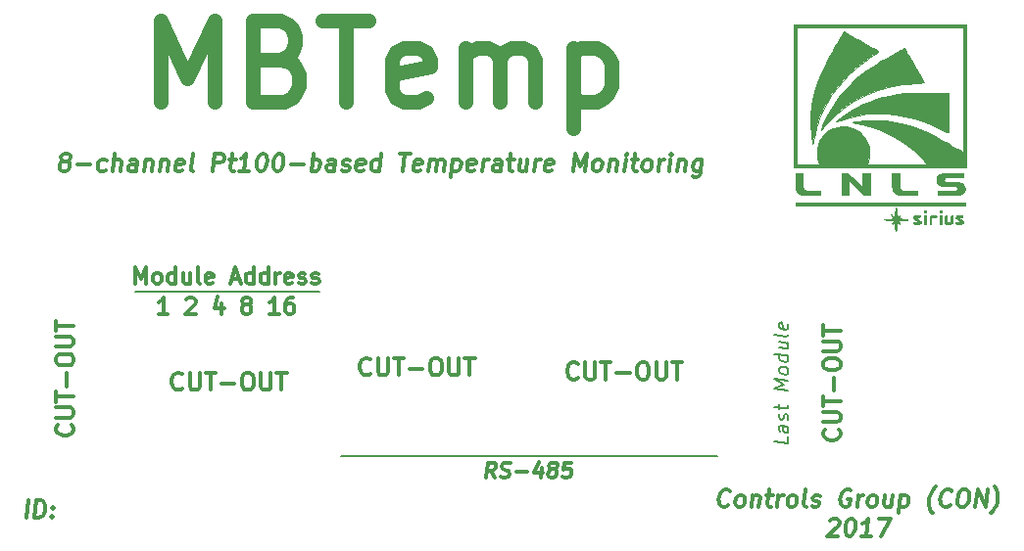
<source format=gbr>
G04 #@! TF.FileFunction,Legend,Top*
%FSLAX46Y46*%
G04 Gerber Fmt 4.6, Leading zero omitted, Abs format (unit mm)*
G04 Created by KiCad (PCBNEW 4.0.4+e1-6308~48~ubuntu15.10.1-stable) date Wed Nov  1 16:06:56 2017*
%MOMM*%
%LPD*%
G01*
G04 APERTURE LIST*
%ADD10C,0.100000*%
%ADD11C,0.300000*%
%ADD12C,1.300000*%
%ADD13C,0.200000*%
%ADD14C,0.010000*%
G04 APERTURE END LIST*
D10*
D11*
X49520037Y-81711029D02*
X49386108Y-81639600D01*
X49323609Y-81568171D01*
X49270037Y-81425314D01*
X49278965Y-81353886D01*
X49368251Y-81211029D01*
X49448608Y-81139600D01*
X49600395Y-81068171D01*
X49886109Y-81068171D01*
X50020037Y-81139600D01*
X50082537Y-81211029D01*
X50136108Y-81353886D01*
X50127180Y-81425314D01*
X50037895Y-81568171D01*
X49957537Y-81639600D01*
X49805751Y-81711029D01*
X49520037Y-81711029D01*
X49368251Y-81782457D01*
X49287894Y-81853886D01*
X49198608Y-81996743D01*
X49162894Y-82282457D01*
X49216466Y-82425314D01*
X49278965Y-82496743D01*
X49412895Y-82568171D01*
X49698609Y-82568171D01*
X49850394Y-82496743D01*
X49930752Y-82425314D01*
X50020037Y-82282457D01*
X50055751Y-81996743D01*
X50002180Y-81853886D01*
X49939680Y-81782457D01*
X49805751Y-81711029D01*
X50698608Y-81996743D02*
X51841465Y-81996743D01*
X53136108Y-82496743D02*
X52984323Y-82568171D01*
X52698609Y-82568171D01*
X52564679Y-82496743D01*
X52502180Y-82425314D01*
X52448608Y-82282457D01*
X52502179Y-81853886D01*
X52591465Y-81711029D01*
X52671822Y-81639600D01*
X52823609Y-81568171D01*
X53109323Y-81568171D01*
X53243251Y-81639600D01*
X53770037Y-82568171D02*
X53957537Y-81068171D01*
X54412894Y-82568171D02*
X54511108Y-81782457D01*
X54457536Y-81639600D01*
X54323608Y-81568171D01*
X54109323Y-81568171D01*
X53957536Y-81639600D01*
X53877179Y-81711029D01*
X55770037Y-82568171D02*
X55868251Y-81782457D01*
X55814679Y-81639600D01*
X55680751Y-81568171D01*
X55395037Y-81568171D01*
X55243251Y-81639600D01*
X55778965Y-82496743D02*
X55627180Y-82568171D01*
X55270037Y-82568171D01*
X55136108Y-82496743D01*
X55082536Y-82353886D01*
X55100393Y-82211029D01*
X55189680Y-82068171D01*
X55341465Y-81996743D01*
X55698608Y-81996743D01*
X55850394Y-81925314D01*
X56609323Y-81568171D02*
X56484323Y-82568171D01*
X56591465Y-81711029D02*
X56671822Y-81639600D01*
X56823609Y-81568171D01*
X57037894Y-81568171D01*
X57171822Y-81639600D01*
X57225394Y-81782457D01*
X57127180Y-82568171D01*
X57966466Y-81568171D02*
X57841466Y-82568171D01*
X57948608Y-81711029D02*
X58028965Y-81639600D01*
X58180752Y-81568171D01*
X58395037Y-81568171D01*
X58528965Y-81639600D01*
X58582537Y-81782457D01*
X58484323Y-82568171D01*
X59778965Y-82496743D02*
X59627180Y-82568171D01*
X59341466Y-82568171D01*
X59207537Y-82496743D01*
X59153965Y-82353886D01*
X59225394Y-81782457D01*
X59314680Y-81639600D01*
X59466466Y-81568171D01*
X59752180Y-81568171D01*
X59886108Y-81639600D01*
X59939680Y-81782457D01*
X59921823Y-81925314D01*
X59189680Y-82068171D01*
X60698609Y-82568171D02*
X60564679Y-82496743D01*
X60511108Y-82353886D01*
X60671823Y-81068171D01*
X62412894Y-82568171D02*
X62600394Y-81068171D01*
X63171822Y-81068171D01*
X63305751Y-81139600D01*
X63368250Y-81211029D01*
X63421822Y-81353886D01*
X63395037Y-81568171D01*
X63305750Y-81711029D01*
X63225394Y-81782457D01*
X63073607Y-81853886D01*
X62502179Y-81853886D01*
X63823608Y-81568171D02*
X64395037Y-81568171D01*
X64100394Y-81068171D02*
X63939679Y-82353886D01*
X63993250Y-82496743D01*
X64127180Y-82568171D01*
X64270037Y-82568171D01*
X65555751Y-82568171D02*
X64698608Y-82568171D01*
X65127180Y-82568171D02*
X65314680Y-81068171D01*
X65145037Y-81282457D01*
X64984322Y-81425314D01*
X64832536Y-81496743D01*
X66671822Y-81068171D02*
X66814679Y-81068171D01*
X66948607Y-81139600D01*
X67011107Y-81211029D01*
X67064679Y-81353886D01*
X67100393Y-81639600D01*
X67055750Y-81996743D01*
X66948608Y-82282457D01*
X66859322Y-82425314D01*
X66778964Y-82496743D01*
X66627179Y-82568171D01*
X66484322Y-82568171D01*
X66350393Y-82496743D01*
X66287893Y-82425314D01*
X66234322Y-82282457D01*
X66198607Y-81996743D01*
X66243250Y-81639600D01*
X66350393Y-81353886D01*
X66439678Y-81211029D01*
X66520036Y-81139600D01*
X66671822Y-81068171D01*
X68100393Y-81068171D02*
X68243250Y-81068171D01*
X68377178Y-81139600D01*
X68439678Y-81211029D01*
X68493250Y-81353886D01*
X68528964Y-81639600D01*
X68484321Y-81996743D01*
X68377179Y-82282457D01*
X68287893Y-82425314D01*
X68207535Y-82496743D01*
X68055750Y-82568171D01*
X67912893Y-82568171D01*
X67778964Y-82496743D01*
X67716464Y-82425314D01*
X67662893Y-82282457D01*
X67627178Y-81996743D01*
X67671821Y-81639600D01*
X67778964Y-81353886D01*
X67868249Y-81211029D01*
X67948607Y-81139600D01*
X68100393Y-81068171D01*
X69127178Y-81996743D02*
X70270035Y-81996743D01*
X70912893Y-82568171D02*
X71100393Y-81068171D01*
X71028964Y-81639600D02*
X71180750Y-81568171D01*
X71466464Y-81568171D01*
X71600392Y-81639600D01*
X71662892Y-81711029D01*
X71716464Y-81853886D01*
X71662893Y-82282457D01*
X71573607Y-82425314D01*
X71493249Y-82496743D01*
X71341464Y-82568171D01*
X71055750Y-82568171D01*
X70921821Y-82496743D01*
X72912893Y-82568171D02*
X73011107Y-81782457D01*
X72957535Y-81639600D01*
X72823607Y-81568171D01*
X72537893Y-81568171D01*
X72386107Y-81639600D01*
X72921821Y-82496743D02*
X72770036Y-82568171D01*
X72412893Y-82568171D01*
X72278964Y-82496743D01*
X72225392Y-82353886D01*
X72243249Y-82211029D01*
X72332536Y-82068171D01*
X72484321Y-81996743D01*
X72841464Y-81996743D01*
X72993250Y-81925314D01*
X73564678Y-82496743D02*
X73698607Y-82568171D01*
X73984322Y-82568171D01*
X74136107Y-82496743D01*
X74225392Y-82353886D01*
X74234321Y-82282457D01*
X74180750Y-82139600D01*
X74046822Y-82068171D01*
X73832536Y-82068171D01*
X73698607Y-81996743D01*
X73645035Y-81853886D01*
X73653964Y-81782457D01*
X73743250Y-81639600D01*
X73895036Y-81568171D01*
X74109322Y-81568171D01*
X74243250Y-81639600D01*
X75421821Y-82496743D02*
X75270036Y-82568171D01*
X74984322Y-82568171D01*
X74850393Y-82496743D01*
X74796821Y-82353886D01*
X74868250Y-81782457D01*
X74957536Y-81639600D01*
X75109322Y-81568171D01*
X75395036Y-81568171D01*
X75528964Y-81639600D01*
X75582536Y-81782457D01*
X75564679Y-81925314D01*
X74832536Y-82068171D01*
X76770036Y-82568171D02*
X76957536Y-81068171D01*
X76778964Y-82496743D02*
X76627179Y-82568171D01*
X76341465Y-82568171D01*
X76207535Y-82496743D01*
X76145036Y-82425314D01*
X76091464Y-82282457D01*
X76145035Y-81853886D01*
X76234321Y-81711029D01*
X76314678Y-81639600D01*
X76466465Y-81568171D01*
X76752179Y-81568171D01*
X76886107Y-81639600D01*
X78600393Y-81068171D02*
X79457536Y-81068171D01*
X78841465Y-82568171D02*
X79028965Y-81068171D01*
X80350392Y-82496743D02*
X80198607Y-82568171D01*
X79912893Y-82568171D01*
X79778964Y-82496743D01*
X79725392Y-82353886D01*
X79796821Y-81782457D01*
X79886107Y-81639600D01*
X80037893Y-81568171D01*
X80323607Y-81568171D01*
X80457535Y-81639600D01*
X80511107Y-81782457D01*
X80493250Y-81925314D01*
X79761107Y-82068171D01*
X81055750Y-82568171D02*
X81180750Y-81568171D01*
X81162892Y-81711029D02*
X81243249Y-81639600D01*
X81395036Y-81568171D01*
X81609321Y-81568171D01*
X81743249Y-81639600D01*
X81796821Y-81782457D01*
X81698607Y-82568171D01*
X81796821Y-81782457D02*
X81886107Y-81639600D01*
X82037893Y-81568171D01*
X82252178Y-81568171D01*
X82386107Y-81639600D01*
X82439678Y-81782457D01*
X82341464Y-82568171D01*
X83180750Y-81568171D02*
X82993250Y-83068171D01*
X83171821Y-81639600D02*
X83323607Y-81568171D01*
X83609321Y-81568171D01*
X83743249Y-81639600D01*
X83805749Y-81711029D01*
X83859321Y-81853886D01*
X83805750Y-82282457D01*
X83716464Y-82425314D01*
X83636106Y-82496743D01*
X83484321Y-82568171D01*
X83198607Y-82568171D01*
X83064678Y-82496743D01*
X84993249Y-82496743D02*
X84841464Y-82568171D01*
X84555750Y-82568171D01*
X84421821Y-82496743D01*
X84368249Y-82353886D01*
X84439678Y-81782457D01*
X84528964Y-81639600D01*
X84680750Y-81568171D01*
X84966464Y-81568171D01*
X85100392Y-81639600D01*
X85153964Y-81782457D01*
X85136107Y-81925314D01*
X84403964Y-82068171D01*
X85698607Y-82568171D02*
X85823607Y-81568171D01*
X85787892Y-81853886D02*
X85877177Y-81711029D01*
X85957535Y-81639600D01*
X86109321Y-81568171D01*
X86252178Y-81568171D01*
X87270035Y-82568171D02*
X87368249Y-81782457D01*
X87314677Y-81639600D01*
X87180749Y-81568171D01*
X86895035Y-81568171D01*
X86743249Y-81639600D01*
X87278963Y-82496743D02*
X87127178Y-82568171D01*
X86770035Y-82568171D01*
X86636106Y-82496743D01*
X86582534Y-82353886D01*
X86600391Y-82211029D01*
X86689678Y-82068171D01*
X86841463Y-81996743D01*
X87198606Y-81996743D01*
X87350392Y-81925314D01*
X87895035Y-81568171D02*
X88466464Y-81568171D01*
X88171821Y-81068171D02*
X88011106Y-82353886D01*
X88064677Y-82496743D01*
X88198607Y-82568171D01*
X88341464Y-82568171D01*
X89609321Y-81568171D02*
X89484321Y-82568171D01*
X88966464Y-81568171D02*
X88868249Y-82353886D01*
X88921820Y-82496743D01*
X89055750Y-82568171D01*
X89270035Y-82568171D01*
X89421820Y-82496743D01*
X89502178Y-82425314D01*
X90198607Y-82568171D02*
X90323607Y-81568171D01*
X90287892Y-81853886D02*
X90377177Y-81711029D01*
X90457535Y-81639600D01*
X90609321Y-81568171D01*
X90752178Y-81568171D01*
X91707534Y-82496743D02*
X91555749Y-82568171D01*
X91270035Y-82568171D01*
X91136106Y-82496743D01*
X91082534Y-82353886D01*
X91153963Y-81782457D01*
X91243249Y-81639600D01*
X91395035Y-81568171D01*
X91680749Y-81568171D01*
X91814677Y-81639600D01*
X91868249Y-81782457D01*
X91850392Y-81925314D01*
X91118249Y-82068171D01*
X93555749Y-82568171D02*
X93743249Y-81068171D01*
X94109320Y-82139600D01*
X94743249Y-81068171D01*
X94555749Y-82568171D01*
X95484321Y-82568171D02*
X95350391Y-82496743D01*
X95287892Y-82425314D01*
X95234320Y-82282457D01*
X95287891Y-81853886D01*
X95377177Y-81711029D01*
X95457534Y-81639600D01*
X95609321Y-81568171D01*
X95823606Y-81568171D01*
X95957534Y-81639600D01*
X96020034Y-81711029D01*
X96073606Y-81853886D01*
X96020035Y-82282457D01*
X95930749Y-82425314D01*
X95850391Y-82496743D01*
X95698606Y-82568171D01*
X95484321Y-82568171D01*
X96752178Y-81568171D02*
X96627178Y-82568171D01*
X96734320Y-81711029D02*
X96814677Y-81639600D01*
X96966464Y-81568171D01*
X97180749Y-81568171D01*
X97314677Y-81639600D01*
X97368249Y-81782457D01*
X97270035Y-82568171D01*
X97984321Y-82568171D02*
X98109321Y-81568171D01*
X98171821Y-81068171D02*
X98091463Y-81139600D01*
X98153963Y-81211029D01*
X98234320Y-81139600D01*
X98171821Y-81068171D01*
X98153963Y-81211029D01*
X98609321Y-81568171D02*
X99180750Y-81568171D01*
X98886107Y-81068171D02*
X98725392Y-82353886D01*
X98778963Y-82496743D01*
X98912893Y-82568171D01*
X99055750Y-82568171D01*
X99770036Y-82568171D02*
X99636106Y-82496743D01*
X99573607Y-82425314D01*
X99520035Y-82282457D01*
X99573606Y-81853886D01*
X99662892Y-81711029D01*
X99743249Y-81639600D01*
X99895036Y-81568171D01*
X100109321Y-81568171D01*
X100243249Y-81639600D01*
X100305749Y-81711029D01*
X100359321Y-81853886D01*
X100305750Y-82282457D01*
X100216464Y-82425314D01*
X100136106Y-82496743D01*
X99984321Y-82568171D01*
X99770036Y-82568171D01*
X100912893Y-82568171D02*
X101037893Y-81568171D01*
X101002178Y-81853886D02*
X101091463Y-81711029D01*
X101171821Y-81639600D01*
X101323607Y-81568171D01*
X101466464Y-81568171D01*
X101841464Y-82568171D02*
X101966464Y-81568171D01*
X102028964Y-81068171D02*
X101948606Y-81139600D01*
X102011106Y-81211029D01*
X102091463Y-81139600D01*
X102028964Y-81068171D01*
X102011106Y-81211029D01*
X102680750Y-81568171D02*
X102555750Y-82568171D01*
X102662892Y-81711029D02*
X102743249Y-81639600D01*
X102895036Y-81568171D01*
X103109321Y-81568171D01*
X103243249Y-81639600D01*
X103296821Y-81782457D01*
X103198607Y-82568171D01*
X104680750Y-81568171D02*
X104528964Y-82782457D01*
X104439678Y-82925314D01*
X104359321Y-82996743D01*
X104207536Y-83068171D01*
X103993250Y-83068171D01*
X103859321Y-82996743D01*
X104564678Y-82496743D02*
X104412893Y-82568171D01*
X104127179Y-82568171D01*
X103993249Y-82496743D01*
X103930750Y-82425314D01*
X103877178Y-82282457D01*
X103930749Y-81853886D01*
X104020035Y-81711029D01*
X104100392Y-81639600D01*
X104252179Y-81568171D01*
X104537893Y-81568171D01*
X104671821Y-81639600D01*
D12*
X57882668Y-76572667D02*
X57882668Y-69572667D01*
X60216001Y-74572667D01*
X62549334Y-69572667D01*
X62549334Y-76572667D01*
X68216001Y-72906000D02*
X69216001Y-73239333D01*
X69549334Y-73572667D01*
X69882668Y-74239333D01*
X69882668Y-75239333D01*
X69549334Y-75906000D01*
X69216001Y-76239333D01*
X68549334Y-76572667D01*
X65882668Y-76572667D01*
X65882668Y-69572667D01*
X68216001Y-69572667D01*
X68882668Y-69906000D01*
X69216001Y-70239333D01*
X69549334Y-70906000D01*
X69549334Y-71572667D01*
X69216001Y-72239333D01*
X68882668Y-72572667D01*
X68216001Y-72906000D01*
X65882668Y-72906000D01*
X71882668Y-69572667D02*
X75882668Y-69572667D01*
X73882668Y-76572667D02*
X73882668Y-69572667D01*
X80882667Y-76239333D02*
X80216001Y-76572667D01*
X78882667Y-76572667D01*
X78216001Y-76239333D01*
X77882667Y-75572667D01*
X77882667Y-72906000D01*
X78216001Y-72239333D01*
X78882667Y-71906000D01*
X80216001Y-71906000D01*
X80882667Y-72239333D01*
X81216001Y-72906000D01*
X81216001Y-73572667D01*
X77882667Y-74239333D01*
X84216001Y-76572667D02*
X84216001Y-71906000D01*
X84216001Y-72572667D02*
X84549334Y-72239333D01*
X85216001Y-71906000D01*
X86216001Y-71906000D01*
X86882667Y-72239333D01*
X87216001Y-72906000D01*
X87216001Y-76572667D01*
X87216001Y-72906000D02*
X87549334Y-72239333D01*
X88216001Y-71906000D01*
X89216001Y-71906000D01*
X89882667Y-72239333D01*
X90216001Y-72906000D01*
X90216001Y-76572667D01*
X93549334Y-71906000D02*
X93549334Y-78906000D01*
X93549334Y-72239333D02*
X94216000Y-71906000D01*
X95549334Y-71906000D01*
X96216000Y-72239333D01*
X96549334Y-72572667D01*
X96882667Y-73239333D01*
X96882667Y-75239333D01*
X96549334Y-75906000D01*
X96216000Y-76239333D01*
X95549334Y-76572667D01*
X94216000Y-76572667D01*
X93549334Y-76239333D01*
D13*
X55712360Y-92974160D02*
X71638160Y-92974160D01*
D11*
X55716839Y-92322253D02*
X55716839Y-90922253D01*
X56183506Y-91922253D01*
X56650173Y-90922253D01*
X56650173Y-92322253D01*
X57516839Y-92322253D02*
X57383506Y-92255587D01*
X57316839Y-92188920D01*
X57250173Y-92055587D01*
X57250173Y-91655587D01*
X57316839Y-91522253D01*
X57383506Y-91455587D01*
X57516839Y-91388920D01*
X57716839Y-91388920D01*
X57850173Y-91455587D01*
X57916839Y-91522253D01*
X57983506Y-91655587D01*
X57983506Y-92055587D01*
X57916839Y-92188920D01*
X57850173Y-92255587D01*
X57716839Y-92322253D01*
X57516839Y-92322253D01*
X59183506Y-92322253D02*
X59183506Y-90922253D01*
X59183506Y-92255587D02*
X59050173Y-92322253D01*
X58783506Y-92322253D01*
X58650173Y-92255587D01*
X58583506Y-92188920D01*
X58516840Y-92055587D01*
X58516840Y-91655587D01*
X58583506Y-91522253D01*
X58650173Y-91455587D01*
X58783506Y-91388920D01*
X59050173Y-91388920D01*
X59183506Y-91455587D01*
X60450173Y-91388920D02*
X60450173Y-92322253D01*
X59850173Y-91388920D02*
X59850173Y-92122253D01*
X59916840Y-92255587D01*
X60050173Y-92322253D01*
X60250173Y-92322253D01*
X60383507Y-92255587D01*
X60450173Y-92188920D01*
X61316840Y-92322253D02*
X61183507Y-92255587D01*
X61116840Y-92122253D01*
X61116840Y-90922253D01*
X62383507Y-92255587D02*
X62250173Y-92322253D01*
X61983507Y-92322253D01*
X61850173Y-92255587D01*
X61783507Y-92122253D01*
X61783507Y-91588920D01*
X61850173Y-91455587D01*
X61983507Y-91388920D01*
X62250173Y-91388920D01*
X62383507Y-91455587D01*
X62450173Y-91588920D01*
X62450173Y-91722253D01*
X61783507Y-91855587D01*
X64050174Y-91922253D02*
X64716840Y-91922253D01*
X63916840Y-92322253D02*
X64383507Y-90922253D01*
X64850174Y-92322253D01*
X65916840Y-92322253D02*
X65916840Y-90922253D01*
X65916840Y-92255587D02*
X65783507Y-92322253D01*
X65516840Y-92322253D01*
X65383507Y-92255587D01*
X65316840Y-92188920D01*
X65250174Y-92055587D01*
X65250174Y-91655587D01*
X65316840Y-91522253D01*
X65383507Y-91455587D01*
X65516840Y-91388920D01*
X65783507Y-91388920D01*
X65916840Y-91455587D01*
X67183507Y-92322253D02*
X67183507Y-90922253D01*
X67183507Y-92255587D02*
X67050174Y-92322253D01*
X66783507Y-92322253D01*
X66650174Y-92255587D01*
X66583507Y-92188920D01*
X66516841Y-92055587D01*
X66516841Y-91655587D01*
X66583507Y-91522253D01*
X66650174Y-91455587D01*
X66783507Y-91388920D01*
X67050174Y-91388920D01*
X67183507Y-91455587D01*
X67850174Y-92322253D02*
X67850174Y-91388920D01*
X67850174Y-91655587D02*
X67916841Y-91522253D01*
X67983508Y-91455587D01*
X68116841Y-91388920D01*
X68250174Y-91388920D01*
X69250175Y-92255587D02*
X69116841Y-92322253D01*
X68850175Y-92322253D01*
X68716841Y-92255587D01*
X68650175Y-92122253D01*
X68650175Y-91588920D01*
X68716841Y-91455587D01*
X68850175Y-91388920D01*
X69116841Y-91388920D01*
X69250175Y-91455587D01*
X69316841Y-91588920D01*
X69316841Y-91722253D01*
X68650175Y-91855587D01*
X69850175Y-92255587D02*
X69983508Y-92322253D01*
X70250175Y-92322253D01*
X70383508Y-92255587D01*
X70450175Y-92122253D01*
X70450175Y-92055587D01*
X70383508Y-91922253D01*
X70250175Y-91855587D01*
X70050175Y-91855587D01*
X69916841Y-91788920D01*
X69850175Y-91655587D01*
X69850175Y-91588920D01*
X69916841Y-91455587D01*
X70050175Y-91388920D01*
X70250175Y-91388920D01*
X70383508Y-91455587D01*
X70983508Y-92255587D02*
X71116841Y-92322253D01*
X71383508Y-92322253D01*
X71516841Y-92255587D01*
X71583508Y-92122253D01*
X71583508Y-92055587D01*
X71516841Y-91922253D01*
X71383508Y-91855587D01*
X71183508Y-91855587D01*
X71050174Y-91788920D01*
X70983508Y-91655587D01*
X70983508Y-91588920D01*
X71050174Y-91455587D01*
X71183508Y-91388920D01*
X71383508Y-91388920D01*
X71516841Y-91455587D01*
X58524774Y-94933373D02*
X57724774Y-94933373D01*
X58124774Y-94933373D02*
X58124774Y-93533373D01*
X57991440Y-93733373D01*
X57858107Y-93866707D01*
X57724774Y-93933373D01*
X60124774Y-93666707D02*
X60191440Y-93600040D01*
X60324774Y-93533373D01*
X60658107Y-93533373D01*
X60791440Y-93600040D01*
X60858107Y-93666707D01*
X60924774Y-93800040D01*
X60924774Y-93933373D01*
X60858107Y-94133373D01*
X60058107Y-94933373D01*
X60924774Y-94933373D01*
X63191440Y-94000040D02*
X63191440Y-94933373D01*
X62858107Y-93466707D02*
X62524774Y-94466707D01*
X63391440Y-94466707D01*
X65191440Y-94133373D02*
X65058107Y-94066707D01*
X64991440Y-94000040D01*
X64924774Y-93866707D01*
X64924774Y-93800040D01*
X64991440Y-93666707D01*
X65058107Y-93600040D01*
X65191440Y-93533373D01*
X65458107Y-93533373D01*
X65591440Y-93600040D01*
X65658107Y-93666707D01*
X65724774Y-93800040D01*
X65724774Y-93866707D01*
X65658107Y-94000040D01*
X65591440Y-94066707D01*
X65458107Y-94133373D01*
X65191440Y-94133373D01*
X65058107Y-94200040D01*
X64991440Y-94266707D01*
X64924774Y-94400040D01*
X64924774Y-94666707D01*
X64991440Y-94800040D01*
X65058107Y-94866707D01*
X65191440Y-94933373D01*
X65458107Y-94933373D01*
X65591440Y-94866707D01*
X65658107Y-94800040D01*
X65724774Y-94666707D01*
X65724774Y-94400040D01*
X65658107Y-94266707D01*
X65591440Y-94200040D01*
X65458107Y-94133373D01*
X68124774Y-94933373D02*
X67324774Y-94933373D01*
X67724774Y-94933373D02*
X67724774Y-93533373D01*
X67591440Y-93733373D01*
X67458107Y-93866707D01*
X67324774Y-93933373D01*
X69324773Y-93533373D02*
X69058107Y-93533373D01*
X68924773Y-93600040D01*
X68858107Y-93666707D01*
X68724773Y-93866707D01*
X68658107Y-94133373D01*
X68658107Y-94666707D01*
X68724773Y-94800040D01*
X68791440Y-94866707D01*
X68924773Y-94933373D01*
X69191440Y-94933373D01*
X69324773Y-94866707D01*
X69391440Y-94800040D01*
X69458107Y-94666707D01*
X69458107Y-94333373D01*
X69391440Y-94200040D01*
X69324773Y-94133373D01*
X69191440Y-94066707D01*
X68924773Y-94066707D01*
X68791440Y-94133373D01*
X68724773Y-94200040D01*
X68658107Y-94333373D01*
D13*
X73492360Y-107203240D02*
X105963720Y-107203240D01*
D11*
X86760717Y-109096895D02*
X86404765Y-108477848D01*
X86017860Y-109096895D02*
X86180360Y-107796895D01*
X86675598Y-107796895D01*
X86791669Y-107858800D01*
X86845836Y-107920705D01*
X86892265Y-108044514D01*
X86869050Y-108230229D01*
X86791669Y-108354038D01*
X86722026Y-108415943D01*
X86590479Y-108477848D01*
X86095241Y-108477848D01*
X87263693Y-109034990D02*
X87441669Y-109096895D01*
X87751193Y-109096895D01*
X87882741Y-109034990D01*
X87952383Y-108973086D01*
X88029765Y-108849276D01*
X88045241Y-108725467D01*
X87998812Y-108601657D01*
X87944646Y-108539752D01*
X87828574Y-108477848D01*
X87588693Y-108415943D01*
X87472622Y-108354038D01*
X87418455Y-108292133D01*
X87372027Y-108168324D01*
X87387503Y-108044514D01*
X87464884Y-107920705D01*
X87534527Y-107858800D01*
X87666074Y-107796895D01*
X87975598Y-107796895D01*
X88153574Y-107858800D01*
X88617860Y-108601657D02*
X89608336Y-108601657D01*
X90830955Y-108230229D02*
X90722622Y-109096895D01*
X90583336Y-107734990D02*
X90157741Y-108663562D01*
X90962503Y-108663562D01*
X91682145Y-108354038D02*
X91566074Y-108292133D01*
X91511907Y-108230229D01*
X91465479Y-108106419D01*
X91473217Y-108044514D01*
X91550598Y-107920705D01*
X91620241Y-107858800D01*
X91751788Y-107796895D01*
X91999407Y-107796895D01*
X92115479Y-107858800D01*
X92169645Y-107920705D01*
X92216074Y-108044514D01*
X92208336Y-108106419D01*
X92130954Y-108230229D01*
X92061312Y-108292133D01*
X91929764Y-108354038D01*
X91682145Y-108354038D01*
X91550598Y-108415943D01*
X91480955Y-108477848D01*
X91403574Y-108601657D01*
X91372622Y-108849276D01*
X91419050Y-108973086D01*
X91473217Y-109034990D01*
X91589288Y-109096895D01*
X91836907Y-109096895D01*
X91968455Y-109034990D01*
X92038097Y-108973086D01*
X92115479Y-108849276D01*
X92146431Y-108601657D01*
X92100002Y-108477848D01*
X92045836Y-108415943D01*
X91929764Y-108354038D01*
X93423216Y-107796895D02*
X92804169Y-107796895D01*
X92664883Y-108415943D01*
X92734526Y-108354038D01*
X92866073Y-108292133D01*
X93175597Y-108292133D01*
X93291669Y-108354038D01*
X93345835Y-108415943D01*
X93392264Y-108539752D01*
X93353574Y-108849276D01*
X93276192Y-108973086D01*
X93206550Y-109034990D01*
X93075002Y-109096895D01*
X92765478Y-109096895D01*
X92649407Y-109034990D01*
X92595240Y-108973086D01*
X46280636Y-112580811D02*
X46468136Y-111080811D01*
X46994922Y-112580811D02*
X47182422Y-111080811D01*
X47539565Y-111080811D01*
X47744921Y-111152240D01*
X47869922Y-111295097D01*
X47923493Y-111437954D01*
X47959207Y-111723669D01*
X47932422Y-111937954D01*
X47825278Y-112223669D01*
X47735993Y-112366526D01*
X47575278Y-112509383D01*
X47352065Y-112580811D01*
X46994922Y-112580811D01*
X48512779Y-112437954D02*
X48575278Y-112509383D01*
X48494922Y-112580811D01*
X48432421Y-112509383D01*
X48512779Y-112437954D01*
X48494922Y-112580811D01*
X48610993Y-111652240D02*
X48673492Y-111723669D01*
X48593136Y-111795097D01*
X48530635Y-111723669D01*
X48610993Y-111652240D01*
X48593136Y-111795097D01*
X106966065Y-111467754D02*
X106885707Y-111539183D01*
X106662493Y-111610611D01*
X106519636Y-111610611D01*
X106314279Y-111539183D01*
X106189278Y-111396326D01*
X106135707Y-111253469D01*
X106099993Y-110967754D01*
X106126778Y-110753469D01*
X106233922Y-110467754D01*
X106323207Y-110324897D01*
X106483922Y-110182040D01*
X106707136Y-110110611D01*
X106849993Y-110110611D01*
X107055350Y-110182040D01*
X107117850Y-110253469D01*
X107805351Y-111610611D02*
X107671421Y-111539183D01*
X107608922Y-111467754D01*
X107555350Y-111324897D01*
X107608921Y-110896326D01*
X107698207Y-110753469D01*
X107778564Y-110682040D01*
X107930351Y-110610611D01*
X108144636Y-110610611D01*
X108278564Y-110682040D01*
X108341064Y-110753469D01*
X108394636Y-110896326D01*
X108341065Y-111324897D01*
X108251779Y-111467754D01*
X108171421Y-111539183D01*
X108019636Y-111610611D01*
X107805351Y-111610611D01*
X109073208Y-110610611D02*
X108948208Y-111610611D01*
X109055350Y-110753469D02*
X109135707Y-110682040D01*
X109287494Y-110610611D01*
X109501779Y-110610611D01*
X109635707Y-110682040D01*
X109689279Y-110824897D01*
X109591065Y-111610611D01*
X110216065Y-110610611D02*
X110787494Y-110610611D01*
X110492851Y-110110611D02*
X110332136Y-111396326D01*
X110385707Y-111539183D01*
X110519637Y-111610611D01*
X110662494Y-111610611D01*
X111162494Y-111610611D02*
X111287494Y-110610611D01*
X111251779Y-110896326D02*
X111341064Y-110753469D01*
X111421422Y-110682040D01*
X111573208Y-110610611D01*
X111716065Y-110610611D01*
X112305351Y-111610611D02*
X112171421Y-111539183D01*
X112108922Y-111467754D01*
X112055350Y-111324897D01*
X112108921Y-110896326D01*
X112198207Y-110753469D01*
X112278564Y-110682040D01*
X112430351Y-110610611D01*
X112644636Y-110610611D01*
X112778564Y-110682040D01*
X112841064Y-110753469D01*
X112894636Y-110896326D01*
X112841065Y-111324897D01*
X112751779Y-111467754D01*
X112671421Y-111539183D01*
X112519636Y-111610611D01*
X112305351Y-111610611D01*
X113662494Y-111610611D02*
X113528564Y-111539183D01*
X113474993Y-111396326D01*
X113635708Y-110110611D01*
X114171421Y-111539183D02*
X114305350Y-111610611D01*
X114591065Y-111610611D01*
X114742850Y-111539183D01*
X114832135Y-111396326D01*
X114841064Y-111324897D01*
X114787493Y-111182040D01*
X114653565Y-111110611D01*
X114439279Y-111110611D01*
X114305350Y-111039183D01*
X114251778Y-110896326D01*
X114260707Y-110824897D01*
X114349993Y-110682040D01*
X114501779Y-110610611D01*
X114716065Y-110610611D01*
X114849993Y-110682040D01*
X117555350Y-110182040D02*
X117421422Y-110110611D01*
X117207136Y-110110611D01*
X116983922Y-110182040D01*
X116823207Y-110324897D01*
X116733922Y-110467754D01*
X116626778Y-110753469D01*
X116599993Y-110967754D01*
X116635707Y-111253469D01*
X116689278Y-111396326D01*
X116814279Y-111539183D01*
X117019636Y-111610611D01*
X117162493Y-111610611D01*
X117385707Y-111539183D01*
X117466065Y-111467754D01*
X117528565Y-110967754D01*
X117242850Y-110967754D01*
X118091065Y-111610611D02*
X118216065Y-110610611D01*
X118180350Y-110896326D02*
X118269635Y-110753469D01*
X118349993Y-110682040D01*
X118501779Y-110610611D01*
X118644636Y-110610611D01*
X119233922Y-111610611D02*
X119099992Y-111539183D01*
X119037493Y-111467754D01*
X118983921Y-111324897D01*
X119037492Y-110896326D01*
X119126778Y-110753469D01*
X119207135Y-110682040D01*
X119358922Y-110610611D01*
X119573207Y-110610611D01*
X119707135Y-110682040D01*
X119769635Y-110753469D01*
X119823207Y-110896326D01*
X119769636Y-111324897D01*
X119680350Y-111467754D01*
X119599992Y-111539183D01*
X119448207Y-111610611D01*
X119233922Y-111610611D01*
X121144636Y-110610611D02*
X121019636Y-111610611D01*
X120501779Y-110610611D02*
X120403564Y-111396326D01*
X120457135Y-111539183D01*
X120591065Y-111610611D01*
X120805350Y-111610611D01*
X120957135Y-111539183D01*
X121037493Y-111467754D01*
X121858922Y-110610611D02*
X121671422Y-112110611D01*
X121849993Y-110682040D02*
X122001779Y-110610611D01*
X122287493Y-110610611D01*
X122421421Y-110682040D01*
X122483921Y-110753469D01*
X122537493Y-110896326D01*
X122483922Y-111324897D01*
X122394636Y-111467754D01*
X122314278Y-111539183D01*
X122162493Y-111610611D01*
X121876779Y-111610611D01*
X121742850Y-111539183D01*
X124591064Y-112182040D02*
X124528565Y-112110611D01*
X124412493Y-111896326D01*
X124358921Y-111753469D01*
X124314278Y-111539183D01*
X124287493Y-111182040D01*
X124323207Y-110896326D01*
X124439278Y-110539183D01*
X124537493Y-110324897D01*
X124626779Y-110182040D01*
X124796422Y-109967754D01*
X124876778Y-109896326D01*
X126108922Y-111467754D02*
X126028564Y-111539183D01*
X125805350Y-111610611D01*
X125662493Y-111610611D01*
X125457136Y-111539183D01*
X125332135Y-111396326D01*
X125278564Y-111253469D01*
X125242850Y-110967754D01*
X125269635Y-110753469D01*
X125376779Y-110467754D01*
X125466064Y-110324897D01*
X125626779Y-110182040D01*
X125849993Y-110110611D01*
X125992850Y-110110611D01*
X126198207Y-110182040D01*
X126260707Y-110253469D01*
X127207136Y-110110611D02*
X127492850Y-110110611D01*
X127626779Y-110182040D01*
X127751779Y-110324897D01*
X127787493Y-110610611D01*
X127724993Y-111110611D01*
X127617850Y-111396326D01*
X127457136Y-111539183D01*
X127305350Y-111610611D01*
X127019636Y-111610611D01*
X126885707Y-111539183D01*
X126760707Y-111396326D01*
X126724993Y-111110611D01*
X126787493Y-110610611D01*
X126894636Y-110324897D01*
X127055350Y-110182040D01*
X127207136Y-110110611D01*
X128305351Y-111610611D02*
X128492851Y-110110611D01*
X129162494Y-111610611D01*
X129349994Y-110110611D01*
X129662494Y-112182040D02*
X129742851Y-112110611D01*
X129912493Y-111896326D01*
X130001779Y-111753469D01*
X130099994Y-111539183D01*
X130216065Y-111182040D01*
X130251779Y-110896326D01*
X130224994Y-110539183D01*
X130180351Y-110324897D01*
X130126779Y-110182040D01*
X130010708Y-109967754D01*
X129948208Y-109896326D01*
X115724993Y-112803469D02*
X115805351Y-112732040D01*
X115957137Y-112660611D01*
X116314280Y-112660611D01*
X116448208Y-112732040D01*
X116510708Y-112803469D01*
X116564279Y-112946326D01*
X116546422Y-113089183D01*
X116448208Y-113303469D01*
X115483923Y-114160611D01*
X116412494Y-114160611D01*
X117528565Y-112660611D02*
X117671422Y-112660611D01*
X117805350Y-112732040D01*
X117867850Y-112803469D01*
X117921422Y-112946326D01*
X117957136Y-113232040D01*
X117912493Y-113589183D01*
X117805351Y-113874897D01*
X117716065Y-114017754D01*
X117635707Y-114089183D01*
X117483922Y-114160611D01*
X117341065Y-114160611D01*
X117207136Y-114089183D01*
X117144636Y-114017754D01*
X117091065Y-113874897D01*
X117055350Y-113589183D01*
X117099993Y-113232040D01*
X117207136Y-112946326D01*
X117296421Y-112803469D01*
X117376779Y-112732040D01*
X117528565Y-112660611D01*
X119269636Y-114160611D02*
X118412493Y-114160611D01*
X118841065Y-114160611D02*
X119028565Y-112660611D01*
X118858922Y-112874897D01*
X118698207Y-113017754D01*
X118546421Y-113089183D01*
X119957136Y-112660611D02*
X120957136Y-112660611D01*
X120126779Y-114160611D01*
X116512114Y-104929286D02*
X116583543Y-105000715D01*
X116654971Y-105215001D01*
X116654971Y-105357858D01*
X116583543Y-105572143D01*
X116440686Y-105715001D01*
X116297829Y-105786429D01*
X116012114Y-105857858D01*
X115797829Y-105857858D01*
X115512114Y-105786429D01*
X115369257Y-105715001D01*
X115226400Y-105572143D01*
X115154971Y-105357858D01*
X115154971Y-105215001D01*
X115226400Y-105000715D01*
X115297829Y-104929286D01*
X115154971Y-104286429D02*
X116369257Y-104286429D01*
X116512114Y-104215001D01*
X116583543Y-104143572D01*
X116654971Y-104000715D01*
X116654971Y-103715001D01*
X116583543Y-103572143D01*
X116512114Y-103500715D01*
X116369257Y-103429286D01*
X115154971Y-103429286D01*
X115154971Y-102929286D02*
X115154971Y-102072143D01*
X116654971Y-102500714D02*
X115154971Y-102500714D01*
X116083543Y-101572143D02*
X116083543Y-100429286D01*
X115154971Y-99429286D02*
X115154971Y-99143572D01*
X115226400Y-99000714D01*
X115369257Y-98857857D01*
X115654971Y-98786429D01*
X116154971Y-98786429D01*
X116440686Y-98857857D01*
X116583543Y-99000714D01*
X116654971Y-99143572D01*
X116654971Y-99429286D01*
X116583543Y-99572143D01*
X116440686Y-99715000D01*
X116154971Y-99786429D01*
X115654971Y-99786429D01*
X115369257Y-99715000D01*
X115226400Y-99572143D01*
X115154971Y-99429286D01*
X115154971Y-98143571D02*
X116369257Y-98143571D01*
X116512114Y-98072143D01*
X116583543Y-98000714D01*
X116654971Y-97857857D01*
X116654971Y-97572143D01*
X116583543Y-97429285D01*
X116512114Y-97357857D01*
X116369257Y-97286428D01*
X115154971Y-97286428D01*
X115154971Y-96786428D02*
X115154971Y-95929285D01*
X116654971Y-96357856D02*
X115154971Y-96357856D01*
X50238434Y-104538126D02*
X50309863Y-104609555D01*
X50381291Y-104823841D01*
X50381291Y-104966698D01*
X50309863Y-105180983D01*
X50167006Y-105323841D01*
X50024149Y-105395269D01*
X49738434Y-105466698D01*
X49524149Y-105466698D01*
X49238434Y-105395269D01*
X49095577Y-105323841D01*
X48952720Y-105180983D01*
X48881291Y-104966698D01*
X48881291Y-104823841D01*
X48952720Y-104609555D01*
X49024149Y-104538126D01*
X48881291Y-103895269D02*
X50095577Y-103895269D01*
X50238434Y-103823841D01*
X50309863Y-103752412D01*
X50381291Y-103609555D01*
X50381291Y-103323841D01*
X50309863Y-103180983D01*
X50238434Y-103109555D01*
X50095577Y-103038126D01*
X48881291Y-103038126D01*
X48881291Y-102538126D02*
X48881291Y-101680983D01*
X50381291Y-102109554D02*
X48881291Y-102109554D01*
X49809863Y-101180983D02*
X49809863Y-100038126D01*
X48881291Y-99038126D02*
X48881291Y-98752412D01*
X48952720Y-98609554D01*
X49095577Y-98466697D01*
X49381291Y-98395269D01*
X49881291Y-98395269D01*
X50167006Y-98466697D01*
X50309863Y-98609554D01*
X50381291Y-98752412D01*
X50381291Y-99038126D01*
X50309863Y-99180983D01*
X50167006Y-99323840D01*
X49881291Y-99395269D01*
X49381291Y-99395269D01*
X49095577Y-99323840D01*
X48952720Y-99180983D01*
X48881291Y-99038126D01*
X48881291Y-97752411D02*
X50095577Y-97752411D01*
X50238434Y-97680983D01*
X50309863Y-97609554D01*
X50381291Y-97466697D01*
X50381291Y-97180983D01*
X50309863Y-97038125D01*
X50238434Y-96966697D01*
X50095577Y-96895268D01*
X48881291Y-96895268D01*
X48881291Y-96395268D02*
X48881291Y-95538125D01*
X50381291Y-95966696D02*
X48881291Y-95966696D01*
X59789714Y-101373714D02*
X59718285Y-101445143D01*
X59503999Y-101516571D01*
X59361142Y-101516571D01*
X59146857Y-101445143D01*
X59003999Y-101302286D01*
X58932571Y-101159429D01*
X58861142Y-100873714D01*
X58861142Y-100659429D01*
X58932571Y-100373714D01*
X59003999Y-100230857D01*
X59146857Y-100088000D01*
X59361142Y-100016571D01*
X59503999Y-100016571D01*
X59718285Y-100088000D01*
X59789714Y-100159429D01*
X60432571Y-100016571D02*
X60432571Y-101230857D01*
X60503999Y-101373714D01*
X60575428Y-101445143D01*
X60718285Y-101516571D01*
X61003999Y-101516571D01*
X61146857Y-101445143D01*
X61218285Y-101373714D01*
X61289714Y-101230857D01*
X61289714Y-100016571D01*
X61789714Y-100016571D02*
X62646857Y-100016571D01*
X62218286Y-101516571D02*
X62218286Y-100016571D01*
X63146857Y-100945143D02*
X64289714Y-100945143D01*
X65289714Y-100016571D02*
X65575428Y-100016571D01*
X65718286Y-100088000D01*
X65861143Y-100230857D01*
X65932571Y-100516571D01*
X65932571Y-101016571D01*
X65861143Y-101302286D01*
X65718286Y-101445143D01*
X65575428Y-101516571D01*
X65289714Y-101516571D01*
X65146857Y-101445143D01*
X65004000Y-101302286D01*
X64932571Y-101016571D01*
X64932571Y-100516571D01*
X65004000Y-100230857D01*
X65146857Y-100088000D01*
X65289714Y-100016571D01*
X66575429Y-100016571D02*
X66575429Y-101230857D01*
X66646857Y-101373714D01*
X66718286Y-101445143D01*
X66861143Y-101516571D01*
X67146857Y-101516571D01*
X67289715Y-101445143D01*
X67361143Y-101373714D01*
X67432572Y-101230857D01*
X67432572Y-100016571D01*
X67932572Y-100016571D02*
X68789715Y-100016571D01*
X68361144Y-101516571D02*
X68361144Y-100016571D01*
X93952714Y-100484714D02*
X93881285Y-100556143D01*
X93666999Y-100627571D01*
X93524142Y-100627571D01*
X93309857Y-100556143D01*
X93166999Y-100413286D01*
X93095571Y-100270429D01*
X93024142Y-99984714D01*
X93024142Y-99770429D01*
X93095571Y-99484714D01*
X93166999Y-99341857D01*
X93309857Y-99199000D01*
X93524142Y-99127571D01*
X93666999Y-99127571D01*
X93881285Y-99199000D01*
X93952714Y-99270429D01*
X94595571Y-99127571D02*
X94595571Y-100341857D01*
X94666999Y-100484714D01*
X94738428Y-100556143D01*
X94881285Y-100627571D01*
X95166999Y-100627571D01*
X95309857Y-100556143D01*
X95381285Y-100484714D01*
X95452714Y-100341857D01*
X95452714Y-99127571D01*
X95952714Y-99127571D02*
X96809857Y-99127571D01*
X96381286Y-100627571D02*
X96381286Y-99127571D01*
X97309857Y-100056143D02*
X98452714Y-100056143D01*
X99452714Y-99127571D02*
X99738428Y-99127571D01*
X99881286Y-99199000D01*
X100024143Y-99341857D01*
X100095571Y-99627571D01*
X100095571Y-100127571D01*
X100024143Y-100413286D01*
X99881286Y-100556143D01*
X99738428Y-100627571D01*
X99452714Y-100627571D01*
X99309857Y-100556143D01*
X99167000Y-100413286D01*
X99095571Y-100127571D01*
X99095571Y-99627571D01*
X99167000Y-99341857D01*
X99309857Y-99199000D01*
X99452714Y-99127571D01*
X100738429Y-99127571D02*
X100738429Y-100341857D01*
X100809857Y-100484714D01*
X100881286Y-100556143D01*
X101024143Y-100627571D01*
X101309857Y-100627571D01*
X101452715Y-100556143D01*
X101524143Y-100484714D01*
X101595572Y-100341857D01*
X101595572Y-99127571D01*
X102095572Y-99127571D02*
X102952715Y-99127571D01*
X102524144Y-100627571D02*
X102524144Y-99127571D01*
X76045714Y-100103714D02*
X75974285Y-100175143D01*
X75759999Y-100246571D01*
X75617142Y-100246571D01*
X75402857Y-100175143D01*
X75259999Y-100032286D01*
X75188571Y-99889429D01*
X75117142Y-99603714D01*
X75117142Y-99389429D01*
X75188571Y-99103714D01*
X75259999Y-98960857D01*
X75402857Y-98818000D01*
X75617142Y-98746571D01*
X75759999Y-98746571D01*
X75974285Y-98818000D01*
X76045714Y-98889429D01*
X76688571Y-98746571D02*
X76688571Y-99960857D01*
X76759999Y-100103714D01*
X76831428Y-100175143D01*
X76974285Y-100246571D01*
X77259999Y-100246571D01*
X77402857Y-100175143D01*
X77474285Y-100103714D01*
X77545714Y-99960857D01*
X77545714Y-98746571D01*
X78045714Y-98746571D02*
X78902857Y-98746571D01*
X78474286Y-100246571D02*
X78474286Y-98746571D01*
X79402857Y-99675143D02*
X80545714Y-99675143D01*
X81545714Y-98746571D02*
X81831428Y-98746571D01*
X81974286Y-98818000D01*
X82117143Y-98960857D01*
X82188571Y-99246571D01*
X82188571Y-99746571D01*
X82117143Y-100032286D01*
X81974286Y-100175143D01*
X81831428Y-100246571D01*
X81545714Y-100246571D01*
X81402857Y-100175143D01*
X81260000Y-100032286D01*
X81188571Y-99746571D01*
X81188571Y-99246571D01*
X81260000Y-98960857D01*
X81402857Y-98818000D01*
X81545714Y-98746571D01*
X82831429Y-98746571D02*
X82831429Y-99960857D01*
X82902857Y-100103714D01*
X82974286Y-100175143D01*
X83117143Y-100246571D01*
X83402857Y-100246571D01*
X83545715Y-100175143D01*
X83617143Y-100103714D01*
X83688572Y-99960857D01*
X83688572Y-98746571D01*
X84188572Y-98746571D02*
X85045715Y-98746571D01*
X84617144Y-100246571D02*
X84617144Y-98746571D01*
D13*
X112135217Y-105576976D02*
X112135217Y-106148405D01*
X110935217Y-105998405D01*
X112135217Y-104662690D02*
X111506646Y-104584119D01*
X111392360Y-104626976D01*
X111335217Y-104734119D01*
X111335217Y-104962690D01*
X111392360Y-105084119D01*
X112078074Y-104655547D02*
X112135217Y-104776976D01*
X112135217Y-105062690D01*
X112078074Y-105169833D01*
X111963789Y-105212691D01*
X111849503Y-105198405D01*
X111735217Y-105126976D01*
X111678074Y-105005547D01*
X111678074Y-104719833D01*
X111620931Y-104598404D01*
X112078074Y-104141262D02*
X112135217Y-104034119D01*
X112135217Y-103805547D01*
X112078074Y-103684119D01*
X111963789Y-103612691D01*
X111906646Y-103605548D01*
X111792360Y-103648405D01*
X111735217Y-103755547D01*
X111735217Y-103926976D01*
X111678074Y-104034119D01*
X111563789Y-104076977D01*
X111506646Y-104069834D01*
X111392360Y-103998405D01*
X111335217Y-103876976D01*
X111335217Y-103705547D01*
X111392360Y-103598405D01*
X111335217Y-103191261D02*
X111335217Y-102734118D01*
X110935217Y-102969833D02*
X111963789Y-103098405D01*
X112078074Y-103055547D01*
X112135217Y-102948404D01*
X112135217Y-102834118D01*
X112135217Y-101519833D02*
X110935217Y-101369833D01*
X111792360Y-101076976D01*
X110935217Y-100569833D01*
X112135217Y-100719833D01*
X112135217Y-99976975D02*
X112078074Y-100084118D01*
X112020931Y-100134118D01*
X111906646Y-100176976D01*
X111563789Y-100134119D01*
X111449503Y-100062690D01*
X111392360Y-99998404D01*
X111335217Y-99876975D01*
X111335217Y-99705547D01*
X111392360Y-99598404D01*
X111449503Y-99548404D01*
X111563789Y-99505547D01*
X111906646Y-99548404D01*
X112020931Y-99619832D01*
X112078074Y-99684118D01*
X112135217Y-99805547D01*
X112135217Y-99976975D01*
X112135217Y-98548404D02*
X110935217Y-98398404D01*
X112078074Y-98541261D02*
X112135217Y-98662690D01*
X112135217Y-98891261D01*
X112078074Y-98998404D01*
X112020931Y-99048404D01*
X111906646Y-99091262D01*
X111563789Y-99048405D01*
X111449503Y-98976976D01*
X111392360Y-98912690D01*
X111335217Y-98791261D01*
X111335217Y-98562690D01*
X111392360Y-98455547D01*
X111335217Y-97362690D02*
X112135217Y-97462690D01*
X111335217Y-97876976D02*
X111963789Y-97955548D01*
X112078074Y-97912690D01*
X112135217Y-97805547D01*
X112135217Y-97634119D01*
X112078074Y-97512690D01*
X112020931Y-97448404D01*
X112135217Y-96719833D02*
X112078074Y-96826976D01*
X111963789Y-96869834D01*
X110935217Y-96741262D01*
X112078074Y-95798405D02*
X112135217Y-95919834D01*
X112135217Y-96148405D01*
X112078074Y-96255548D01*
X111963789Y-96298406D01*
X111506646Y-96241263D01*
X111392360Y-96169834D01*
X111335217Y-96048405D01*
X111335217Y-95819834D01*
X111392360Y-95712691D01*
X111506646Y-95669834D01*
X111620931Y-95684119D01*
X111735217Y-96269834D01*
D14*
G36*
X121445327Y-85802395D02*
X121450977Y-85823088D01*
X121468900Y-85913807D01*
X121489037Y-86052723D01*
X121507096Y-86210152D01*
X121507463Y-86213857D01*
X121523704Y-86357752D01*
X121540244Y-86470688D01*
X121553777Y-86530475D01*
X121554981Y-86532923D01*
X121592557Y-86531559D01*
X121658843Y-86485441D01*
X121667624Y-86477410D01*
X121748211Y-86419016D01*
X121787172Y-86420880D01*
X121774789Y-86471914D01*
X121722271Y-86539753D01*
X121667603Y-86611199D01*
X121653519Y-86658678D01*
X121655746Y-86662101D01*
X121703087Y-86676056D01*
X121810217Y-86693352D01*
X121959001Y-86711342D01*
X122062952Y-86721568D01*
X122270912Y-86741313D01*
X122404056Y-86757046D01*
X122465526Y-86770252D01*
X122458467Y-86782410D01*
X122386021Y-86795005D01*
X122251332Y-86809517D01*
X122249809Y-86809665D01*
X122076143Y-86827039D01*
X121902050Y-86845364D01*
X121787300Y-86858149D01*
X121598329Y-86880164D01*
X121706297Y-86992859D01*
X121773277Y-87078692D01*
X121786094Y-87128423D01*
X121750767Y-87131212D01*
X121673312Y-87076221D01*
X121664521Y-87068105D01*
X121611620Y-87022508D01*
X121575451Y-87010449D01*
X121551116Y-87041753D01*
X121533717Y-87126245D01*
X121518357Y-87273749D01*
X121509513Y-87379055D01*
X121488020Y-87564587D01*
X121460145Y-87680332D01*
X121426931Y-87723425D01*
X121393459Y-87697930D01*
X121378881Y-87642002D01*
X121362538Y-87529741D01*
X121347437Y-87382822D01*
X121344179Y-87342832D01*
X121328271Y-87173815D01*
X121309592Y-87074562D01*
X121283892Y-87036698D01*
X121246920Y-87051848D01*
X121214271Y-87086830D01*
X121157861Y-87135954D01*
X121131332Y-87145446D01*
X121097947Y-87119823D01*
X121109689Y-87058416D01*
X121160398Y-86984412D01*
X121178925Y-86966223D01*
X121260809Y-86892118D01*
X121169155Y-86866369D01*
X121075334Y-86849747D01*
X120943902Y-86837441D01*
X120882117Y-86834473D01*
X120727228Y-86824125D01*
X120573905Y-86805583D01*
X120530425Y-86798115D01*
X120453395Y-86782068D01*
X120429494Y-86770748D01*
X120465782Y-86760681D01*
X120569316Y-86748392D01*
X120647655Y-86740415D01*
X120816929Y-86722785D01*
X120982547Y-86704532D01*
X121091657Y-86691672D01*
X121262121Y-86670418D01*
X121153122Y-86556647D01*
X121086424Y-86471319D01*
X121072167Y-86420492D01*
X121105021Y-86415383D01*
X121179656Y-86467211D01*
X121190764Y-86477410D01*
X121258636Y-86528102D01*
X121300565Y-86535560D01*
X121302712Y-86532923D01*
X121316024Y-86479817D01*
X121332560Y-86372865D01*
X121347481Y-86246676D01*
X121365456Y-86088564D01*
X121385004Y-85940471D01*
X121398250Y-85855907D01*
X121415447Y-85768492D01*
X121428161Y-85752509D01*
X121445327Y-85802395D01*
X121445327Y-85802395D01*
G37*
X121445327Y-85802395D02*
X121450977Y-85823088D01*
X121468900Y-85913807D01*
X121489037Y-86052723D01*
X121507096Y-86210152D01*
X121507463Y-86213857D01*
X121523704Y-86357752D01*
X121540244Y-86470688D01*
X121553777Y-86530475D01*
X121554981Y-86532923D01*
X121592557Y-86531559D01*
X121658843Y-86485441D01*
X121667624Y-86477410D01*
X121748211Y-86419016D01*
X121787172Y-86420880D01*
X121774789Y-86471914D01*
X121722271Y-86539753D01*
X121667603Y-86611199D01*
X121653519Y-86658678D01*
X121655746Y-86662101D01*
X121703087Y-86676056D01*
X121810217Y-86693352D01*
X121959001Y-86711342D01*
X122062952Y-86721568D01*
X122270912Y-86741313D01*
X122404056Y-86757046D01*
X122465526Y-86770252D01*
X122458467Y-86782410D01*
X122386021Y-86795005D01*
X122251332Y-86809517D01*
X122249809Y-86809665D01*
X122076143Y-86827039D01*
X121902050Y-86845364D01*
X121787300Y-86858149D01*
X121598329Y-86880164D01*
X121706297Y-86992859D01*
X121773277Y-87078692D01*
X121786094Y-87128423D01*
X121750767Y-87131212D01*
X121673312Y-87076221D01*
X121664521Y-87068105D01*
X121611620Y-87022508D01*
X121575451Y-87010449D01*
X121551116Y-87041753D01*
X121533717Y-87126245D01*
X121518357Y-87273749D01*
X121509513Y-87379055D01*
X121488020Y-87564587D01*
X121460145Y-87680332D01*
X121426931Y-87723425D01*
X121393459Y-87697930D01*
X121378881Y-87642002D01*
X121362538Y-87529741D01*
X121347437Y-87382822D01*
X121344179Y-87342832D01*
X121328271Y-87173815D01*
X121309592Y-87074562D01*
X121283892Y-87036698D01*
X121246920Y-87051848D01*
X121214271Y-87086830D01*
X121157861Y-87135954D01*
X121131332Y-87145446D01*
X121097947Y-87119823D01*
X121109689Y-87058416D01*
X121160398Y-86984412D01*
X121178925Y-86966223D01*
X121260809Y-86892118D01*
X121169155Y-86866369D01*
X121075334Y-86849747D01*
X120943902Y-86837441D01*
X120882117Y-86834473D01*
X120727228Y-86824125D01*
X120573905Y-86805583D01*
X120530425Y-86798115D01*
X120453395Y-86782068D01*
X120429494Y-86770748D01*
X120465782Y-86760681D01*
X120569316Y-86748392D01*
X120647655Y-86740415D01*
X120816929Y-86722785D01*
X120982547Y-86704532D01*
X121091657Y-86691672D01*
X121262121Y-86670418D01*
X121153122Y-86556647D01*
X121086424Y-86471319D01*
X121072167Y-86420492D01*
X121105021Y-86415383D01*
X121179656Y-86467211D01*
X121190764Y-86477410D01*
X121258636Y-86528102D01*
X121300565Y-86535560D01*
X121302712Y-86532923D01*
X121316024Y-86479817D01*
X121332560Y-86372865D01*
X121347481Y-86246676D01*
X121365456Y-86088564D01*
X121385004Y-85940471D01*
X121398250Y-85855907D01*
X121415447Y-85768492D01*
X121428161Y-85752509D01*
X121445327Y-85802395D01*
G36*
X123408509Y-86405574D02*
X123482815Y-86417048D01*
X123514050Y-86442964D01*
X123519809Y-86481138D01*
X123510866Y-86525536D01*
X123471911Y-86549141D01*
X123384754Y-86558298D01*
X123295117Y-86559505D01*
X123070425Y-86559719D01*
X123334194Y-86717978D01*
X123477573Y-86810137D01*
X123560853Y-86881001D01*
X123595317Y-86941093D01*
X123597963Y-86963949D01*
X123583355Y-87049941D01*
X123531305Y-87104864D01*
X123429476Y-87134625D01*
X123265531Y-87145131D01*
X123218917Y-87145446D01*
X123071485Y-87143501D01*
X122985774Y-87134673D01*
X122945386Y-87114469D01*
X122933924Y-87078397D01*
X122933655Y-87067292D01*
X122941922Y-87024312D01*
X122978427Y-87000639D01*
X123060732Y-86990616D01*
X123177886Y-86988607D01*
X123422117Y-86988077D01*
X123177886Y-86843315D01*
X123045718Y-86759751D01*
X122970406Y-86695632D01*
X122938124Y-86637052D01*
X122933655Y-86597660D01*
X122949183Y-86501187D01*
X123004151Y-86441388D01*
X123111141Y-86411060D01*
X123273625Y-86402984D01*
X123408509Y-86405574D01*
X123408509Y-86405574D01*
G37*
X123408509Y-86405574D02*
X123482815Y-86417048D01*
X123514050Y-86442964D01*
X123519809Y-86481138D01*
X123510866Y-86525536D01*
X123471911Y-86549141D01*
X123384754Y-86558298D01*
X123295117Y-86559505D01*
X123070425Y-86559719D01*
X123334194Y-86717978D01*
X123477573Y-86810137D01*
X123560853Y-86881001D01*
X123595317Y-86941093D01*
X123597963Y-86963949D01*
X123583355Y-87049941D01*
X123531305Y-87104864D01*
X123429476Y-87134625D01*
X123265531Y-87145131D01*
X123218917Y-87145446D01*
X123071485Y-87143501D01*
X122985774Y-87134673D01*
X122945386Y-87114469D01*
X122933924Y-87078397D01*
X122933655Y-87067292D01*
X122941922Y-87024312D01*
X122978427Y-87000639D01*
X123060732Y-86990616D01*
X123177886Y-86988607D01*
X123422117Y-86988077D01*
X123177886Y-86843315D01*
X123045718Y-86759751D01*
X122970406Y-86695632D01*
X122938124Y-86637052D01*
X122933655Y-86597660D01*
X122949183Y-86501187D01*
X123004151Y-86441388D01*
X123111141Y-86411060D01*
X123273625Y-86402984D01*
X123408509Y-86405574D01*
G36*
X124014451Y-86405562D02*
X124042994Y-86423055D01*
X124058675Y-86470104D01*
X124065347Y-86561346D01*
X124066861Y-86711421D01*
X124066886Y-86774215D01*
X124066208Y-86946193D01*
X124061604Y-87054656D01*
X124049223Y-87114244D01*
X124025212Y-87139596D01*
X123985718Y-87145352D01*
X123969194Y-87145446D01*
X123923936Y-87142868D01*
X123895393Y-87125374D01*
X123879712Y-87078326D01*
X123873041Y-86987084D01*
X123871526Y-86837009D01*
X123871501Y-86774215D01*
X123872180Y-86602237D01*
X123876783Y-86493774D01*
X123889164Y-86434186D01*
X123913176Y-86408833D01*
X123952669Y-86403078D01*
X123969194Y-86402984D01*
X124014451Y-86405562D01*
X124014451Y-86405562D01*
G37*
X124014451Y-86405562D02*
X124042994Y-86423055D01*
X124058675Y-86470104D01*
X124065347Y-86561346D01*
X124066861Y-86711421D01*
X124066886Y-86774215D01*
X124066208Y-86946193D01*
X124061604Y-87054656D01*
X124049223Y-87114244D01*
X124025212Y-87139596D01*
X123985718Y-87145352D01*
X123969194Y-87145446D01*
X123923936Y-87142868D01*
X123895393Y-87125374D01*
X123879712Y-87078326D01*
X123873041Y-86987084D01*
X123871526Y-86837009D01*
X123871501Y-86774215D01*
X123872180Y-86602237D01*
X123876783Y-86493774D01*
X123889164Y-86434186D01*
X123913176Y-86408833D01*
X123952669Y-86403078D01*
X123969194Y-86402984D01*
X124014451Y-86405562D01*
G36*
X124815278Y-86405574D02*
X124889585Y-86417048D01*
X124920819Y-86442964D01*
X124926578Y-86481138D01*
X124917250Y-86526303D01*
X124876916Y-86549831D01*
X124787056Y-86558458D01*
X124711655Y-86559292D01*
X124496732Y-86559292D01*
X124496732Y-86852369D01*
X124494886Y-87002215D01*
X124486469Y-87090136D01*
X124467162Y-87132328D01*
X124432647Y-87144986D01*
X124418578Y-87145446D01*
X124380211Y-87139132D01*
X124356947Y-87109888D01*
X124345063Y-87042260D01*
X124340836Y-86920796D01*
X124340425Y-86821107D01*
X124346323Y-86639962D01*
X124362940Y-86511526D01*
X124387317Y-86449876D01*
X124450843Y-86424308D01*
X124567740Y-86407491D01*
X124680394Y-86402984D01*
X124815278Y-86405574D01*
X124815278Y-86405574D01*
G37*
X124815278Y-86405574D02*
X124889585Y-86417048D01*
X124920819Y-86442964D01*
X124926578Y-86481138D01*
X124917250Y-86526303D01*
X124876916Y-86549831D01*
X124787056Y-86558458D01*
X124711655Y-86559292D01*
X124496732Y-86559292D01*
X124496732Y-86852369D01*
X124494886Y-87002215D01*
X124486469Y-87090136D01*
X124467162Y-87132328D01*
X124432647Y-87144986D01*
X124418578Y-87145446D01*
X124380211Y-87139132D01*
X124356947Y-87109888D01*
X124345063Y-87042260D01*
X124340836Y-86920796D01*
X124340425Y-86821107D01*
X124346323Y-86639962D01*
X124362940Y-86511526D01*
X124387317Y-86449876D01*
X124450843Y-86424308D01*
X124567740Y-86407491D01*
X124680394Y-86402984D01*
X124815278Y-86405574D01*
G36*
X125343066Y-86405562D02*
X125371609Y-86423055D01*
X125387291Y-86470104D01*
X125393962Y-86561346D01*
X125395477Y-86711421D01*
X125395501Y-86774215D01*
X125394823Y-86946193D01*
X125390219Y-87054656D01*
X125377838Y-87114244D01*
X125353827Y-87139596D01*
X125314334Y-87145352D01*
X125297809Y-87145446D01*
X125252552Y-87142868D01*
X125224009Y-87125374D01*
X125208328Y-87078326D01*
X125201656Y-86987084D01*
X125200142Y-86837009D01*
X125200117Y-86774215D01*
X125200795Y-86602237D01*
X125205399Y-86493774D01*
X125217780Y-86434186D01*
X125241791Y-86408833D01*
X125281284Y-86403078D01*
X125297809Y-86402984D01*
X125343066Y-86405562D01*
X125343066Y-86405562D01*
G37*
X125343066Y-86405562D02*
X125371609Y-86423055D01*
X125387291Y-86470104D01*
X125393962Y-86561346D01*
X125395477Y-86711421D01*
X125395501Y-86774215D01*
X125394823Y-86946193D01*
X125390219Y-87054656D01*
X125377838Y-87114244D01*
X125353827Y-87139596D01*
X125314334Y-87145352D01*
X125297809Y-87145446D01*
X125252552Y-87142868D01*
X125224009Y-87125374D01*
X125208328Y-87078326D01*
X125201656Y-86987084D01*
X125200142Y-86837009D01*
X125200117Y-86774215D01*
X125200795Y-86602237D01*
X125205399Y-86493774D01*
X125217780Y-86434186D01*
X125241791Y-86408833D01*
X125281284Y-86403078D01*
X125297809Y-86402984D01*
X125343066Y-86405562D01*
G36*
X126293561Y-86409298D02*
X126316825Y-86438542D01*
X126328709Y-86506170D01*
X126332936Y-86627633D01*
X126333348Y-86727323D01*
X126327449Y-86908468D01*
X126310832Y-87036904D01*
X126286455Y-87098553D01*
X126227363Y-87120701D01*
X126117560Y-87136459D01*
X125983148Y-87144908D01*
X125850229Y-87145126D01*
X125744903Y-87136196D01*
X125695091Y-87119394D01*
X125683432Y-87071006D01*
X125674469Y-86963889D01*
X125669563Y-86817456D01*
X125669040Y-86748164D01*
X125670392Y-86582917D01*
X125676716Y-86480802D01*
X125691407Y-86426811D01*
X125717864Y-86405936D01*
X125747194Y-86402984D01*
X125787153Y-86409906D01*
X125810598Y-86441470D01*
X125821850Y-86513871D01*
X125825225Y-86643305D01*
X125825348Y-86696061D01*
X125825348Y-86989138D01*
X126177040Y-86989138D01*
X126177040Y-86696061D01*
X126178886Y-86546214D01*
X126187303Y-86458293D01*
X126206610Y-86416102D01*
X126241126Y-86403444D01*
X126255194Y-86402984D01*
X126293561Y-86409298D01*
X126293561Y-86409298D01*
G37*
X126293561Y-86409298D02*
X126316825Y-86438542D01*
X126328709Y-86506170D01*
X126332936Y-86627633D01*
X126333348Y-86727323D01*
X126327449Y-86908468D01*
X126310832Y-87036904D01*
X126286455Y-87098553D01*
X126227363Y-87120701D01*
X126117560Y-87136459D01*
X125983148Y-87144908D01*
X125850229Y-87145126D01*
X125744903Y-87136196D01*
X125695091Y-87119394D01*
X125683432Y-87071006D01*
X125674469Y-86963889D01*
X125669563Y-86817456D01*
X125669040Y-86748164D01*
X125670392Y-86582917D01*
X125676716Y-86480802D01*
X125691407Y-86426811D01*
X125717864Y-86405936D01*
X125747194Y-86402984D01*
X125787153Y-86409906D01*
X125810598Y-86441470D01*
X125821850Y-86513871D01*
X125825225Y-86643305D01*
X125825348Y-86696061D01*
X125825348Y-86989138D01*
X126177040Y-86989138D01*
X126177040Y-86696061D01*
X126178886Y-86546214D01*
X126187303Y-86458293D01*
X126206610Y-86416102D01*
X126241126Y-86403444D01*
X126255194Y-86402984D01*
X126293561Y-86409298D01*
G36*
X127081740Y-86405574D02*
X127156046Y-86417048D01*
X127187280Y-86442964D01*
X127193040Y-86481138D01*
X127184097Y-86525536D01*
X127145142Y-86549141D01*
X127057985Y-86558298D01*
X126968348Y-86559505D01*
X126743655Y-86559719D01*
X127007425Y-86717978D01*
X127150804Y-86810137D01*
X127234084Y-86881001D01*
X127268548Y-86941093D01*
X127271194Y-86963949D01*
X127256585Y-87049941D01*
X127204535Y-87104864D01*
X127102707Y-87134625D01*
X126938762Y-87145131D01*
X126892148Y-87145446D01*
X126744716Y-87143501D01*
X126659004Y-87134673D01*
X126618616Y-87114469D01*
X126607155Y-87078397D01*
X126606886Y-87067292D01*
X126615152Y-87024312D01*
X126651658Y-87000639D01*
X126733963Y-86990616D01*
X126851117Y-86988607D01*
X127095348Y-86988077D01*
X126851117Y-86843315D01*
X126718949Y-86759751D01*
X126643637Y-86695632D01*
X126611355Y-86637052D01*
X126606886Y-86597660D01*
X126622413Y-86501187D01*
X126677382Y-86441388D01*
X126784372Y-86411060D01*
X126946855Y-86402984D01*
X127081740Y-86405574D01*
X127081740Y-86405574D01*
G37*
X127081740Y-86405574D02*
X127156046Y-86417048D01*
X127187280Y-86442964D01*
X127193040Y-86481138D01*
X127184097Y-86525536D01*
X127145142Y-86549141D01*
X127057985Y-86558298D01*
X126968348Y-86559505D01*
X126743655Y-86559719D01*
X127007425Y-86717978D01*
X127150804Y-86810137D01*
X127234084Y-86881001D01*
X127268548Y-86941093D01*
X127271194Y-86963949D01*
X127256585Y-87049941D01*
X127204535Y-87104864D01*
X127102707Y-87134625D01*
X126938762Y-87145131D01*
X126892148Y-87145446D01*
X126744716Y-87143501D01*
X126659004Y-87134673D01*
X126618616Y-87114469D01*
X126607155Y-87078397D01*
X126606886Y-87067292D01*
X126615152Y-87024312D01*
X126651658Y-87000639D01*
X126733963Y-86990616D01*
X126851117Y-86988607D01*
X127095348Y-86988077D01*
X126851117Y-86843315D01*
X126718949Y-86759751D01*
X126643637Y-86695632D01*
X126611355Y-86637052D01*
X126606886Y-86597660D01*
X126622413Y-86501187D01*
X126677382Y-86441388D01*
X126784372Y-86411060D01*
X126946855Y-86402984D01*
X127081740Y-86405574D01*
G36*
X121057963Y-86344369D02*
X121038425Y-86363907D01*
X121018886Y-86344369D01*
X121038425Y-86324830D01*
X121057963Y-86344369D01*
X121057963Y-86344369D01*
G37*
X121057963Y-86344369D02*
X121038425Y-86363907D01*
X121018886Y-86344369D01*
X121038425Y-86324830D01*
X121057963Y-86344369D01*
G36*
X124045800Y-85991455D02*
X124066886Y-86051292D01*
X124043990Y-86112577D01*
X123969194Y-86129446D01*
X123892587Y-86111129D01*
X123871501Y-86051292D01*
X123894398Y-85990006D01*
X123969194Y-85973138D01*
X124045800Y-85991455D01*
X124045800Y-85991455D01*
G37*
X124045800Y-85991455D02*
X124066886Y-86051292D01*
X124043990Y-86112577D01*
X123969194Y-86129446D01*
X123892587Y-86111129D01*
X123871501Y-86051292D01*
X123894398Y-85990006D01*
X123969194Y-85973138D01*
X124045800Y-85991455D01*
G36*
X125374416Y-85991455D02*
X125395501Y-86051292D01*
X125372605Y-86112577D01*
X125297809Y-86129446D01*
X125221202Y-86111129D01*
X125200117Y-86051292D01*
X125223013Y-85990006D01*
X125297809Y-85973138D01*
X125374416Y-85991455D01*
X125374416Y-85991455D01*
G37*
X125374416Y-85991455D02*
X125395501Y-86051292D01*
X125372605Y-86112577D01*
X125297809Y-86129446D01*
X125221202Y-86111129D01*
X125200117Y-86051292D01*
X125223013Y-85990006D01*
X125297809Y-85973138D01*
X125374416Y-85991455D01*
G36*
X127388425Y-85582369D02*
X112734578Y-85582369D01*
X112734578Y-85269753D01*
X127388425Y-85269753D01*
X127388425Y-85582369D01*
X127388425Y-85582369D01*
G37*
X127388425Y-85582369D02*
X112734578Y-85582369D01*
X112734578Y-85269753D01*
X127388425Y-85269753D01*
X127388425Y-85582369D01*
G36*
X113398886Y-83434914D02*
X113398615Y-83714833D01*
X113404188Y-83926266D01*
X113425184Y-84078793D01*
X113471182Y-84181994D01*
X113551763Y-84245448D01*
X113676505Y-84278735D01*
X113854988Y-84291433D01*
X114096792Y-84293123D01*
X114256802Y-84292830D01*
X114922886Y-84292830D01*
X114922886Y-84644523D01*
X114091012Y-84644523D01*
X113813145Y-84644082D01*
X113601430Y-84642061D01*
X113443870Y-84637411D01*
X113328464Y-84629083D01*
X113243214Y-84616030D01*
X113176121Y-84597202D01*
X113115185Y-84571552D01*
X113084781Y-84556600D01*
X112935559Y-84454641D01*
X112831108Y-84310970D01*
X112822501Y-84294320D01*
X112790267Y-84224845D01*
X112767006Y-84154652D01*
X112751270Y-84069754D01*
X112741614Y-83956170D01*
X112736591Y-83799915D01*
X112734755Y-83587005D01*
X112734578Y-83444396D01*
X112734578Y-82768830D01*
X113398886Y-82768830D01*
X113398886Y-83434914D01*
X113398886Y-83434914D01*
G37*
X113398886Y-83434914D02*
X113398615Y-83714833D01*
X113404188Y-83926266D01*
X113425184Y-84078793D01*
X113471182Y-84181994D01*
X113551763Y-84245448D01*
X113676505Y-84278735D01*
X113854988Y-84291433D01*
X114096792Y-84293123D01*
X114256802Y-84292830D01*
X114922886Y-84292830D01*
X114922886Y-84644523D01*
X114091012Y-84644523D01*
X113813145Y-84644082D01*
X113601430Y-84642061D01*
X113443870Y-84637411D01*
X113328464Y-84629083D01*
X113243214Y-84616030D01*
X113176121Y-84597202D01*
X113115185Y-84571552D01*
X113084781Y-84556600D01*
X112935559Y-84454641D01*
X112831108Y-84310970D01*
X112822501Y-84294320D01*
X112790267Y-84224845D01*
X112767006Y-84154652D01*
X112751270Y-84069754D01*
X112741614Y-83956170D01*
X112736591Y-83799915D01*
X112734755Y-83587005D01*
X112734578Y-83444396D01*
X112734578Y-82768830D01*
X113398886Y-82768830D01*
X113398886Y-83434914D01*
G36*
X119182271Y-84644523D02*
X118616518Y-84644523D01*
X117981087Y-84009967D01*
X117345655Y-83375411D01*
X117345655Y-84644523D01*
X116720425Y-84644523D01*
X116720425Y-82768830D01*
X116984194Y-82769716D01*
X117247963Y-82770603D01*
X118517963Y-83987427D01*
X118517963Y-82768830D01*
X119182271Y-82768830D01*
X119182271Y-84644523D01*
X119182271Y-84644523D01*
G37*
X119182271Y-84644523D02*
X118616518Y-84644523D01*
X117981087Y-84009967D01*
X117345655Y-83375411D01*
X117345655Y-84644523D01*
X116720425Y-84644523D01*
X116720425Y-82768830D01*
X116984194Y-82769716D01*
X117247963Y-82770603D01*
X118517963Y-83987427D01*
X118517963Y-82768830D01*
X119182271Y-82768830D01*
X119182271Y-84644523D01*
G36*
X121761348Y-83434914D02*
X121761707Y-83677749D01*
X121763838Y-83854973D01*
X121769319Y-83979131D01*
X121779729Y-84062767D01*
X121796647Y-84118423D01*
X121821652Y-84158644D01*
X121856324Y-84195974D01*
X121857264Y-84196914D01*
X121894676Y-84231831D01*
X121934686Y-84257044D01*
X121989838Y-84274134D01*
X122072675Y-84284678D01*
X122195742Y-84290256D01*
X122371581Y-84292447D01*
X122612736Y-84292830D01*
X123285348Y-84292830D01*
X123285348Y-84644523D01*
X122453474Y-84644523D01*
X122175606Y-84644082D01*
X121963892Y-84642061D01*
X121806331Y-84637411D01*
X121690926Y-84629083D01*
X121605676Y-84616030D01*
X121538582Y-84597202D01*
X121477647Y-84571552D01*
X121447243Y-84556600D01*
X121298021Y-84454641D01*
X121193569Y-84310970D01*
X121184963Y-84294320D01*
X121152729Y-84224845D01*
X121129467Y-84154652D01*
X121113732Y-84069754D01*
X121104076Y-83956170D01*
X121099053Y-83799915D01*
X121097216Y-83587005D01*
X121097040Y-83444396D01*
X121097040Y-82768830D01*
X121761348Y-82768830D01*
X121761348Y-83434914D01*
X121761348Y-83434914D01*
G37*
X121761348Y-83434914D02*
X121761707Y-83677749D01*
X121763838Y-83854973D01*
X121769319Y-83979131D01*
X121779729Y-84062767D01*
X121796647Y-84118423D01*
X121821652Y-84158644D01*
X121856324Y-84195974D01*
X121857264Y-84196914D01*
X121894676Y-84231831D01*
X121934686Y-84257044D01*
X121989838Y-84274134D01*
X122072675Y-84284678D01*
X122195742Y-84290256D01*
X122371581Y-84292447D01*
X122612736Y-84292830D01*
X123285348Y-84292830D01*
X123285348Y-84644523D01*
X122453474Y-84644523D01*
X122175606Y-84644082D01*
X121963892Y-84642061D01*
X121806331Y-84637411D01*
X121690926Y-84629083D01*
X121605676Y-84616030D01*
X121538582Y-84597202D01*
X121477647Y-84571552D01*
X121447243Y-84556600D01*
X121298021Y-84454641D01*
X121193569Y-84310970D01*
X121184963Y-84294320D01*
X121152729Y-84224845D01*
X121129467Y-84154652D01*
X121113732Y-84069754D01*
X121104076Y-83956170D01*
X121099053Y-83799915D01*
X121097216Y-83587005D01*
X121097040Y-83444396D01*
X121097040Y-82768830D01*
X121761348Y-82768830D01*
X121761348Y-83434914D01*
G36*
X127232117Y-83120523D02*
X125670842Y-83120523D01*
X125608548Y-83215594D01*
X125573482Y-83326962D01*
X125610365Y-83428332D01*
X125713127Y-83505141D01*
X125732575Y-83513162D01*
X125805225Y-83526272D01*
X125939483Y-83537378D01*
X126118810Y-83545586D01*
X126326669Y-83550003D01*
X126423815Y-83550515D01*
X126657378Y-83551618D01*
X126827170Y-83555841D01*
X126947557Y-83564754D01*
X127032904Y-83579929D01*
X127097580Y-83602935D01*
X127146545Y-83629524D01*
X127278920Y-83752642D01*
X127359589Y-83916598D01*
X127384162Y-84100028D01*
X127348248Y-84281567D01*
X127299722Y-84374975D01*
X127242625Y-84454031D01*
X127182702Y-84515954D01*
X127110009Y-84562824D01*
X127014601Y-84596721D01*
X126886533Y-84619722D01*
X126715863Y-84633909D01*
X126492644Y-84641360D01*
X126206933Y-84644155D01*
X126010963Y-84644462D01*
X125082886Y-84644523D01*
X125082886Y-84292830D01*
X125838830Y-84292830D01*
X126102561Y-84292221D01*
X126299226Y-84289750D01*
X126439906Y-84284452D01*
X126535683Y-84275362D01*
X126597639Y-84261515D01*
X126636856Y-84241947D01*
X126659445Y-84221369D01*
X126717548Y-84111433D01*
X126705141Y-84002554D01*
X126637268Y-83923815D01*
X126587770Y-83899708D01*
X126511102Y-83882615D01*
X126395251Y-83871501D01*
X126228201Y-83865328D01*
X125997939Y-83863062D01*
X125931943Y-83862984D01*
X125660067Y-83860582D01*
X125454063Y-83851220D01*
X125301739Y-83831669D01*
X125190902Y-83798697D01*
X125109358Y-83749073D01*
X125044916Y-83679566D01*
X125003150Y-83616856D01*
X124941747Y-83451872D01*
X124930144Y-83262859D01*
X124968506Y-83084376D01*
X125000265Y-83019703D01*
X125049911Y-82946756D01*
X125105981Y-82889415D01*
X125178021Y-82845821D01*
X125275580Y-82814118D01*
X125408206Y-82792450D01*
X125585446Y-82778960D01*
X125816848Y-82771792D01*
X126111961Y-82769088D01*
X126290407Y-82768830D01*
X127232117Y-82768830D01*
X127232117Y-83120523D01*
X127232117Y-83120523D01*
G37*
X127232117Y-83120523D02*
X125670842Y-83120523D01*
X125608548Y-83215594D01*
X125573482Y-83326962D01*
X125610365Y-83428332D01*
X125713127Y-83505141D01*
X125732575Y-83513162D01*
X125805225Y-83526272D01*
X125939483Y-83537378D01*
X126118810Y-83545586D01*
X126326669Y-83550003D01*
X126423815Y-83550515D01*
X126657378Y-83551618D01*
X126827170Y-83555841D01*
X126947557Y-83564754D01*
X127032904Y-83579929D01*
X127097580Y-83602935D01*
X127146545Y-83629524D01*
X127278920Y-83752642D01*
X127359589Y-83916598D01*
X127384162Y-84100028D01*
X127348248Y-84281567D01*
X127299722Y-84374975D01*
X127242625Y-84454031D01*
X127182702Y-84515954D01*
X127110009Y-84562824D01*
X127014601Y-84596721D01*
X126886533Y-84619722D01*
X126715863Y-84633909D01*
X126492644Y-84641360D01*
X126206933Y-84644155D01*
X126010963Y-84644462D01*
X125082886Y-84644523D01*
X125082886Y-84292830D01*
X125838830Y-84292830D01*
X126102561Y-84292221D01*
X126299226Y-84289750D01*
X126439906Y-84284452D01*
X126535683Y-84275362D01*
X126597639Y-84261515D01*
X126636856Y-84241947D01*
X126659445Y-84221369D01*
X126717548Y-84111433D01*
X126705141Y-84002554D01*
X126637268Y-83923815D01*
X126587770Y-83899708D01*
X126511102Y-83882615D01*
X126395251Y-83871501D01*
X126228201Y-83865328D01*
X125997939Y-83863062D01*
X125931943Y-83862984D01*
X125660067Y-83860582D01*
X125454063Y-83851220D01*
X125301739Y-83831669D01*
X125190902Y-83798697D01*
X125109358Y-83749073D01*
X125044916Y-83679566D01*
X125003150Y-83616856D01*
X124941747Y-83451872D01*
X124930144Y-83262859D01*
X124968506Y-83084376D01*
X125000265Y-83019703D01*
X125049911Y-82946756D01*
X125105981Y-82889415D01*
X125178021Y-82845821D01*
X125275580Y-82814118D01*
X125408206Y-82792450D01*
X125585446Y-82778960D01*
X125816848Y-82771792D01*
X126111961Y-82769088D01*
X126290407Y-82768830D01*
X127232117Y-82768830D01*
X127232117Y-83120523D01*
G36*
X127486117Y-82241292D02*
X120070083Y-82251162D01*
X119144167Y-82252303D01*
X118293594Y-82253149D01*
X117515555Y-82253686D01*
X116807241Y-82253898D01*
X116165840Y-82253770D01*
X115588544Y-82253289D01*
X115072544Y-82252439D01*
X114615028Y-82251205D01*
X114213187Y-82249573D01*
X113864213Y-82247528D01*
X113565294Y-82245055D01*
X113313621Y-82242139D01*
X113106385Y-82238766D01*
X112940775Y-82234920D01*
X112813982Y-82230588D01*
X112723197Y-82225754D01*
X112665609Y-82220403D01*
X112638408Y-82214521D01*
X112635432Y-82212085D01*
X112633408Y-82168151D01*
X112631572Y-82050291D01*
X112629929Y-81862730D01*
X112628485Y-81609696D01*
X112627246Y-81295415D01*
X112626218Y-80924113D01*
X112625407Y-80500019D01*
X112624818Y-80027357D01*
X112624458Y-79510356D01*
X112624332Y-78953242D01*
X112624447Y-78360240D01*
X112624807Y-77735579D01*
X112625420Y-77083485D01*
X112626291Y-76408184D01*
X112626850Y-76047600D01*
X112636469Y-70186061D01*
X112890886Y-70186061D01*
X112890886Y-81987292D01*
X113848271Y-81987292D01*
X114112501Y-81986858D01*
X114348794Y-81985639D01*
X114546581Y-81983758D01*
X114695291Y-81981337D01*
X114784357Y-81978500D01*
X114805655Y-81976168D01*
X114793329Y-81936664D01*
X114761166Y-81844561D01*
X114720539Y-81731937D01*
X114656774Y-81488454D01*
X114620449Y-81200209D01*
X114612295Y-80895888D01*
X114633043Y-80604177D01*
X114683424Y-80353763D01*
X114685261Y-80347649D01*
X114841555Y-79959698D01*
X115058220Y-79613441D01*
X115327707Y-79314574D01*
X115642466Y-79068795D01*
X115994948Y-78881800D01*
X116377603Y-78759285D01*
X116782882Y-78706948D01*
X116861629Y-78705408D01*
X117176218Y-78720354D01*
X117452361Y-78771844D01*
X117724297Y-78867703D01*
X117873194Y-78936589D01*
X118236655Y-79156815D01*
X118545333Y-79428701D01*
X118795362Y-79745126D01*
X118982881Y-80098970D01*
X119104024Y-80483111D01*
X119154928Y-80890429D01*
X119137922Y-81267516D01*
X119108319Y-81447482D01*
X119066822Y-81628774D01*
X119024434Y-81766257D01*
X118982357Y-81878569D01*
X118954532Y-81955925D01*
X118947829Y-81977523D01*
X118985834Y-81979185D01*
X119095586Y-81980759D01*
X119270677Y-81982219D01*
X119504699Y-81983542D01*
X119791245Y-81984704D01*
X120123907Y-81985680D01*
X120496277Y-81986447D01*
X120901949Y-81986981D01*
X121334515Y-81987258D01*
X121552823Y-81987292D01*
X124157837Y-81987292D01*
X123672746Y-81495358D01*
X122992518Y-80850627D01*
X122297789Y-80281952D01*
X121586645Y-79788257D01*
X120857172Y-79368464D01*
X120107457Y-79021497D01*
X119335585Y-78746277D01*
X118539643Y-78541728D01*
X118361655Y-78506206D01*
X118143355Y-78464216D01*
X117949477Y-78425759D01*
X117794143Y-78393728D01*
X117691477Y-78371018D01*
X117658271Y-78362126D01*
X117656058Y-78344826D01*
X117723087Y-78323430D01*
X117850627Y-78299175D01*
X118029949Y-78273296D01*
X118252321Y-78247031D01*
X118509014Y-78221616D01*
X118791297Y-78198286D01*
X118841084Y-78194625D01*
X119688604Y-78171711D01*
X120547594Y-78223125D01*
X121411030Y-78347256D01*
X122271890Y-78542498D01*
X123123150Y-78807243D01*
X123957788Y-79139881D01*
X124768780Y-79538806D01*
X124810405Y-79561460D01*
X124981081Y-79656171D01*
X125203548Y-79781684D01*
X125462268Y-79929117D01*
X125741702Y-80089586D01*
X126026314Y-80254209D01*
X126243472Y-80380699D01*
X126489157Y-80523852D01*
X126712611Y-80653184D01*
X126905037Y-80763674D01*
X127057638Y-80850299D01*
X127161616Y-80908038D01*
X127208176Y-80931869D01*
X127209568Y-80932215D01*
X127212260Y-80893882D01*
X127214859Y-80781856D01*
X127217348Y-80600600D01*
X127219709Y-80354574D01*
X127221921Y-80048242D01*
X127223967Y-79686063D01*
X127225828Y-79272499D01*
X127227484Y-78812013D01*
X127228918Y-78309066D01*
X127230111Y-77768119D01*
X127231044Y-77193633D01*
X127231697Y-76590072D01*
X127232054Y-75961895D01*
X127232117Y-75559138D01*
X127232117Y-70186061D01*
X112890886Y-70186061D01*
X112636469Y-70186061D01*
X112636886Y-69932061D01*
X127486117Y-69932061D01*
X127486117Y-82241292D01*
X127486117Y-82241292D01*
G37*
X127486117Y-82241292D02*
X120070083Y-82251162D01*
X119144167Y-82252303D01*
X118293594Y-82253149D01*
X117515555Y-82253686D01*
X116807241Y-82253898D01*
X116165840Y-82253770D01*
X115588544Y-82253289D01*
X115072544Y-82252439D01*
X114615028Y-82251205D01*
X114213187Y-82249573D01*
X113864213Y-82247528D01*
X113565294Y-82245055D01*
X113313621Y-82242139D01*
X113106385Y-82238766D01*
X112940775Y-82234920D01*
X112813982Y-82230588D01*
X112723197Y-82225754D01*
X112665609Y-82220403D01*
X112638408Y-82214521D01*
X112635432Y-82212085D01*
X112633408Y-82168151D01*
X112631572Y-82050291D01*
X112629929Y-81862730D01*
X112628485Y-81609696D01*
X112627246Y-81295415D01*
X112626218Y-80924113D01*
X112625407Y-80500019D01*
X112624818Y-80027357D01*
X112624458Y-79510356D01*
X112624332Y-78953242D01*
X112624447Y-78360240D01*
X112624807Y-77735579D01*
X112625420Y-77083485D01*
X112626291Y-76408184D01*
X112626850Y-76047600D01*
X112636469Y-70186061D01*
X112890886Y-70186061D01*
X112890886Y-81987292D01*
X113848271Y-81987292D01*
X114112501Y-81986858D01*
X114348794Y-81985639D01*
X114546581Y-81983758D01*
X114695291Y-81981337D01*
X114784357Y-81978500D01*
X114805655Y-81976168D01*
X114793329Y-81936664D01*
X114761166Y-81844561D01*
X114720539Y-81731937D01*
X114656774Y-81488454D01*
X114620449Y-81200209D01*
X114612295Y-80895888D01*
X114633043Y-80604177D01*
X114683424Y-80353763D01*
X114685261Y-80347649D01*
X114841555Y-79959698D01*
X115058220Y-79613441D01*
X115327707Y-79314574D01*
X115642466Y-79068795D01*
X115994948Y-78881800D01*
X116377603Y-78759285D01*
X116782882Y-78706948D01*
X116861629Y-78705408D01*
X117176218Y-78720354D01*
X117452361Y-78771844D01*
X117724297Y-78867703D01*
X117873194Y-78936589D01*
X118236655Y-79156815D01*
X118545333Y-79428701D01*
X118795362Y-79745126D01*
X118982881Y-80098970D01*
X119104024Y-80483111D01*
X119154928Y-80890429D01*
X119137922Y-81267516D01*
X119108319Y-81447482D01*
X119066822Y-81628774D01*
X119024434Y-81766257D01*
X118982357Y-81878569D01*
X118954532Y-81955925D01*
X118947829Y-81977523D01*
X118985834Y-81979185D01*
X119095586Y-81980759D01*
X119270677Y-81982219D01*
X119504699Y-81983542D01*
X119791245Y-81984704D01*
X120123907Y-81985680D01*
X120496277Y-81986447D01*
X120901949Y-81986981D01*
X121334515Y-81987258D01*
X121552823Y-81987292D01*
X124157837Y-81987292D01*
X123672746Y-81495358D01*
X122992518Y-80850627D01*
X122297789Y-80281952D01*
X121586645Y-79788257D01*
X120857172Y-79368464D01*
X120107457Y-79021497D01*
X119335585Y-78746277D01*
X118539643Y-78541728D01*
X118361655Y-78506206D01*
X118143355Y-78464216D01*
X117949477Y-78425759D01*
X117794143Y-78393728D01*
X117691477Y-78371018D01*
X117658271Y-78362126D01*
X117656058Y-78344826D01*
X117723087Y-78323430D01*
X117850627Y-78299175D01*
X118029949Y-78273296D01*
X118252321Y-78247031D01*
X118509014Y-78221616D01*
X118791297Y-78198286D01*
X118841084Y-78194625D01*
X119688604Y-78171711D01*
X120547594Y-78223125D01*
X121411030Y-78347256D01*
X122271890Y-78542498D01*
X123123150Y-78807243D01*
X123957788Y-79139881D01*
X124768780Y-79538806D01*
X124810405Y-79561460D01*
X124981081Y-79656171D01*
X125203548Y-79781684D01*
X125462268Y-79929117D01*
X125741702Y-80089586D01*
X126026314Y-80254209D01*
X126243472Y-80380699D01*
X126489157Y-80523852D01*
X126712611Y-80653184D01*
X126905037Y-80763674D01*
X127057638Y-80850299D01*
X127161616Y-80908038D01*
X127208176Y-80931869D01*
X127209568Y-80932215D01*
X127212260Y-80893882D01*
X127214859Y-80781856D01*
X127217348Y-80600600D01*
X127219709Y-80354574D01*
X127221921Y-80048242D01*
X127223967Y-79686063D01*
X127225828Y-79272499D01*
X127227484Y-78812013D01*
X127228918Y-78309066D01*
X127230111Y-77768119D01*
X127231044Y-77193633D01*
X127231697Y-76590072D01*
X127232054Y-75961895D01*
X127232117Y-75559138D01*
X127232117Y-70186061D01*
X112890886Y-70186061D01*
X112636469Y-70186061D01*
X112636886Y-69932061D01*
X127486117Y-69932061D01*
X127486117Y-82241292D01*
G36*
X117051193Y-70574397D02*
X117122773Y-70616602D01*
X117252103Y-70691768D01*
X117429074Y-70794091D01*
X117643575Y-70917764D01*
X117885497Y-71056980D01*
X118144729Y-71205935D01*
X118411162Y-71358821D01*
X118674686Y-71509833D01*
X118925190Y-71653165D01*
X119152565Y-71783009D01*
X119346701Y-71893560D01*
X119465512Y-71960944D01*
X119625937Y-72053522D01*
X119758106Y-72133284D01*
X119848953Y-72192093D01*
X119885411Y-72221808D01*
X119885589Y-72222606D01*
X119855142Y-72252342D01*
X119771811Y-72316573D01*
X119647690Y-72406368D01*
X119494873Y-72512794D01*
X119465578Y-72532804D01*
X118694571Y-73084827D01*
X117996918Y-73641917D01*
X117367819Y-74209216D01*
X116802475Y-74791868D01*
X116296086Y-75395017D01*
X115843852Y-76023804D01*
X115440974Y-76683375D01*
X115237426Y-77063600D01*
X115022166Y-77506450D01*
X114842830Y-77925858D01*
X114691980Y-78343724D01*
X114562179Y-78781947D01*
X114445988Y-79262426D01*
X114375484Y-79601468D01*
X114321180Y-79870054D01*
X114278987Y-80063842D01*
X114248303Y-80185145D01*
X114228527Y-80236277D01*
X114219057Y-80219552D01*
X114218262Y-80206035D01*
X114212367Y-80154275D01*
X114197474Y-80043536D01*
X114176097Y-79892141D01*
X114159745Y-79779446D01*
X114138104Y-79600180D01*
X114116783Y-79367634D01*
X114097710Y-79106665D01*
X114082816Y-78842130D01*
X114077836Y-78724369D01*
X114083515Y-77826529D01*
X114166999Y-76931795D01*
X114327958Y-76041459D01*
X114566064Y-75156816D01*
X114880987Y-74279159D01*
X115272400Y-73409781D01*
X115573805Y-72838771D01*
X115671847Y-72665316D01*
X115800450Y-72440557D01*
X115950393Y-72180459D01*
X116112450Y-71900987D01*
X116277400Y-71618106D01*
X116391046Y-71424227D01*
X116932577Y-70502665D01*
X117051193Y-70574397D01*
X117051193Y-70574397D01*
G37*
X117051193Y-70574397D02*
X117122773Y-70616602D01*
X117252103Y-70691768D01*
X117429074Y-70794091D01*
X117643575Y-70917764D01*
X117885497Y-71056980D01*
X118144729Y-71205935D01*
X118411162Y-71358821D01*
X118674686Y-71509833D01*
X118925190Y-71653165D01*
X119152565Y-71783009D01*
X119346701Y-71893560D01*
X119465512Y-71960944D01*
X119625937Y-72053522D01*
X119758106Y-72133284D01*
X119848953Y-72192093D01*
X119885411Y-72221808D01*
X119885589Y-72222606D01*
X119855142Y-72252342D01*
X119771811Y-72316573D01*
X119647690Y-72406368D01*
X119494873Y-72512794D01*
X119465578Y-72532804D01*
X118694571Y-73084827D01*
X117996918Y-73641917D01*
X117367819Y-74209216D01*
X116802475Y-74791868D01*
X116296086Y-75395017D01*
X115843852Y-76023804D01*
X115440974Y-76683375D01*
X115237426Y-77063600D01*
X115022166Y-77506450D01*
X114842830Y-77925858D01*
X114691980Y-78343724D01*
X114562179Y-78781947D01*
X114445988Y-79262426D01*
X114375484Y-79601468D01*
X114321180Y-79870054D01*
X114278987Y-80063842D01*
X114248303Y-80185145D01*
X114228527Y-80236277D01*
X114219057Y-80219552D01*
X114218262Y-80206035D01*
X114212367Y-80154275D01*
X114197474Y-80043536D01*
X114176097Y-79892141D01*
X114159745Y-79779446D01*
X114138104Y-79600180D01*
X114116783Y-79367634D01*
X114097710Y-79106665D01*
X114082816Y-78842130D01*
X114077836Y-78724369D01*
X114083515Y-77826529D01*
X114166999Y-76931795D01*
X114327958Y-76041459D01*
X114566064Y-75156816D01*
X114880987Y-74279159D01*
X115272400Y-73409781D01*
X115573805Y-72838771D01*
X115671847Y-72665316D01*
X115800450Y-72440557D01*
X115950393Y-72180459D01*
X116112450Y-71900987D01*
X116277400Y-71618106D01*
X116391046Y-71424227D01*
X116932577Y-70502665D01*
X117051193Y-70574397D01*
G36*
X124585487Y-75788934D02*
X124794105Y-75793386D01*
X125981655Y-75822115D01*
X125981655Y-77537011D01*
X125981010Y-77894479D01*
X125979165Y-78226557D01*
X125976254Y-78525369D01*
X125972413Y-78783039D01*
X125967777Y-78991690D01*
X125962480Y-79143445D01*
X125956657Y-79230427D01*
X125952348Y-79248558D01*
X125908008Y-79230615D01*
X125808529Y-79184140D01*
X125668411Y-79116071D01*
X125502156Y-79033349D01*
X125493194Y-79028840D01*
X124643689Y-78629477D01*
X123815888Y-78298933D01*
X123000128Y-78034441D01*
X122186748Y-77833236D01*
X121366084Y-77692553D01*
X120537021Y-77610180D01*
X119738587Y-77590483D01*
X118955216Y-77638302D01*
X118176325Y-77755186D01*
X117391328Y-77942682D01*
X116659719Y-78177056D01*
X116496288Y-78232973D01*
X116359015Y-78275315D01*
X116265142Y-78299034D01*
X116233940Y-78301694D01*
X116238131Y-78273236D01*
X116300595Y-78210346D01*
X116412657Y-78118913D01*
X116565641Y-78004825D01*
X116750870Y-77873971D01*
X116959669Y-77732240D01*
X117183362Y-77585520D01*
X117413271Y-77439700D01*
X117640723Y-77300670D01*
X117857040Y-77174316D01*
X118053546Y-77066529D01*
X118054542Y-77066005D01*
X118617576Y-76787616D01*
X119178447Y-76546899D01*
X119745471Y-76342285D01*
X120326963Y-76172202D01*
X120931242Y-76035081D01*
X121566622Y-75929351D01*
X122241420Y-75853442D01*
X122963953Y-75805783D01*
X123742537Y-75784804D01*
X124585487Y-75788934D01*
X124585487Y-75788934D01*
G37*
X124585487Y-75788934D02*
X124794105Y-75793386D01*
X125981655Y-75822115D01*
X125981655Y-77537011D01*
X125981010Y-77894479D01*
X125979165Y-78226557D01*
X125976254Y-78525369D01*
X125972413Y-78783039D01*
X125967777Y-78991690D01*
X125962480Y-79143445D01*
X125956657Y-79230427D01*
X125952348Y-79248558D01*
X125908008Y-79230615D01*
X125808529Y-79184140D01*
X125668411Y-79116071D01*
X125502156Y-79033349D01*
X125493194Y-79028840D01*
X124643689Y-78629477D01*
X123815888Y-78298933D01*
X123000128Y-78034441D01*
X122186748Y-77833236D01*
X121366084Y-77692553D01*
X120537021Y-77610180D01*
X119738587Y-77590483D01*
X118955216Y-77638302D01*
X118176325Y-77755186D01*
X117391328Y-77942682D01*
X116659719Y-78177056D01*
X116496288Y-78232973D01*
X116359015Y-78275315D01*
X116265142Y-78299034D01*
X116233940Y-78301694D01*
X116238131Y-78273236D01*
X116300595Y-78210346D01*
X116412657Y-78118913D01*
X116565641Y-78004825D01*
X116750870Y-77873971D01*
X116959669Y-77732240D01*
X117183362Y-77585520D01*
X117413271Y-77439700D01*
X117640723Y-77300670D01*
X117857040Y-77174316D01*
X118053546Y-77066529D01*
X118054542Y-77066005D01*
X118617576Y-76787616D01*
X119178447Y-76546899D01*
X119745471Y-76342285D01*
X120326963Y-76172202D01*
X120931242Y-76035081D01*
X121566622Y-75929351D01*
X122241420Y-75853442D01*
X122963953Y-75805783D01*
X123742537Y-75784804D01*
X124585487Y-75788934D01*
G36*
X122248199Y-72111241D02*
X122297729Y-72193466D01*
X122376961Y-72327741D01*
X122480943Y-72505477D01*
X122604723Y-72718085D01*
X122743351Y-72956977D01*
X122891873Y-73213562D01*
X123045339Y-73479252D01*
X123198796Y-73745458D01*
X123347294Y-74003591D01*
X123485881Y-74245061D01*
X123609604Y-74461279D01*
X123713512Y-74643657D01*
X123792654Y-74783605D01*
X123842078Y-74872534D01*
X123857035Y-74901919D01*
X123818083Y-74907350D01*
X123713496Y-74918183D01*
X123555519Y-74933251D01*
X123356393Y-74951387D01*
X123128464Y-74971413D01*
X122550268Y-75027348D01*
X122035160Y-75090484D01*
X121568224Y-75163135D01*
X121134546Y-75247614D01*
X120729525Y-75343571D01*
X119845362Y-75603023D01*
X119020014Y-75911171D01*
X118249169Y-76270636D01*
X117528516Y-76684037D01*
X116853745Y-77153995D01*
X116220542Y-77683128D01*
X115624598Y-78274057D01*
X115294262Y-78646215D01*
X115159072Y-78805540D01*
X115066550Y-78913712D01*
X115008632Y-78979027D01*
X114977249Y-79009778D01*
X114964337Y-79014261D01*
X114961829Y-79000770D01*
X114961963Y-78987931D01*
X114977651Y-78929019D01*
X115020539Y-78813950D01*
X115084366Y-78657198D01*
X115162870Y-78473233D01*
X115249787Y-78276527D01*
X115338855Y-78081552D01*
X115423813Y-77902780D01*
X115481846Y-77786523D01*
X115868924Y-77091764D01*
X116289887Y-76452608D01*
X116759054Y-75848991D01*
X117266878Y-75285600D01*
X117582682Y-74966250D01*
X117892937Y-74672598D01*
X118207323Y-74397495D01*
X118535519Y-74133791D01*
X118887205Y-73874337D01*
X119272059Y-73611985D01*
X119699762Y-73339584D01*
X120179992Y-73049986D01*
X120706271Y-72745248D01*
X120926850Y-72619963D01*
X121158585Y-72489117D01*
X121388377Y-72360031D01*
X121603128Y-72240024D01*
X121789736Y-72136414D01*
X121935103Y-72056523D01*
X122026129Y-72007669D01*
X122028337Y-72006525D01*
X122145753Y-71945807D01*
X122248199Y-72111241D01*
X122248199Y-72111241D01*
G37*
X122248199Y-72111241D02*
X122297729Y-72193466D01*
X122376961Y-72327741D01*
X122480943Y-72505477D01*
X122604723Y-72718085D01*
X122743351Y-72956977D01*
X122891873Y-73213562D01*
X123045339Y-73479252D01*
X123198796Y-73745458D01*
X123347294Y-74003591D01*
X123485881Y-74245061D01*
X123609604Y-74461279D01*
X123713512Y-74643657D01*
X123792654Y-74783605D01*
X123842078Y-74872534D01*
X123857035Y-74901919D01*
X123818083Y-74907350D01*
X123713496Y-74918183D01*
X123555519Y-74933251D01*
X123356393Y-74951387D01*
X123128464Y-74971413D01*
X122550268Y-75027348D01*
X122035160Y-75090484D01*
X121568224Y-75163135D01*
X121134546Y-75247614D01*
X120729525Y-75343571D01*
X119845362Y-75603023D01*
X119020014Y-75911171D01*
X118249169Y-76270636D01*
X117528516Y-76684037D01*
X116853745Y-77153995D01*
X116220542Y-77683128D01*
X115624598Y-78274057D01*
X115294262Y-78646215D01*
X115159072Y-78805540D01*
X115066550Y-78913712D01*
X115008632Y-78979027D01*
X114977249Y-79009778D01*
X114964337Y-79014261D01*
X114961829Y-79000770D01*
X114961963Y-78987931D01*
X114977651Y-78929019D01*
X115020539Y-78813950D01*
X115084366Y-78657198D01*
X115162870Y-78473233D01*
X115249787Y-78276527D01*
X115338855Y-78081552D01*
X115423813Y-77902780D01*
X115481846Y-77786523D01*
X115868924Y-77091764D01*
X116289887Y-76452608D01*
X116759054Y-75848991D01*
X117266878Y-75285600D01*
X117582682Y-74966250D01*
X117892937Y-74672598D01*
X118207323Y-74397495D01*
X118535519Y-74133791D01*
X118887205Y-73874337D01*
X119272059Y-73611985D01*
X119699762Y-73339584D01*
X120179992Y-73049986D01*
X120706271Y-72745248D01*
X120926850Y-72619963D01*
X121158585Y-72489117D01*
X121388377Y-72360031D01*
X121603128Y-72240024D01*
X121789736Y-72136414D01*
X121935103Y-72056523D01*
X122026129Y-72007669D01*
X122028337Y-72006525D01*
X122145753Y-71945807D01*
X122248199Y-72111241D01*
M02*

</source>
